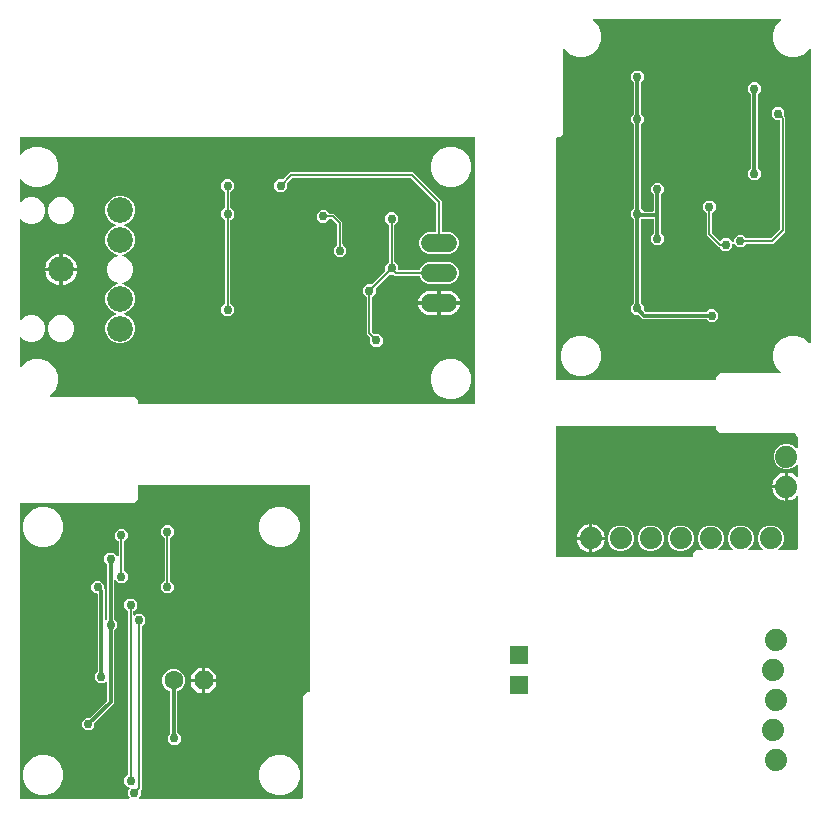
<source format=gbr>
G04 EAGLE Gerber RS-274X export*
G75*
%MOMM*%
%FSLAX34Y34*%
%LPD*%
%INBottom Copper*%
%IPPOS*%
%AMOC8*
5,1,8,0,0,1.08239X$1,22.5*%
G01*
%ADD10P,1.732040X8X22.500000*%
%ADD11C,1.600200*%
%ADD12R,1.524000X1.524000*%
%ADD13C,1.879600*%
%ADD14C,1.524000*%
%ADD15C,2.184400*%
%ADD16C,0.756400*%
%ADD17C,0.304800*%
%ADD18C,0.152400*%

G36*
X390020Y339242D02*
X390020Y339242D01*
X390039Y339240D01*
X390141Y339262D01*
X390243Y339279D01*
X390260Y339288D01*
X390280Y339292D01*
X390369Y339345D01*
X390460Y339394D01*
X390474Y339408D01*
X390491Y339418D01*
X390558Y339497D01*
X390630Y339572D01*
X390638Y339590D01*
X390651Y339605D01*
X390690Y339701D01*
X390733Y339795D01*
X390735Y339815D01*
X390743Y339833D01*
X390761Y340000D01*
X390761Y564158D01*
X390758Y564178D01*
X390760Y564197D01*
X390738Y564299D01*
X390722Y564401D01*
X390712Y564418D01*
X390708Y564438D01*
X390655Y564527D01*
X390606Y564618D01*
X390592Y564632D01*
X390582Y564649D01*
X390503Y564716D01*
X390428Y564788D01*
X390410Y564796D01*
X390395Y564809D01*
X390299Y564848D01*
X390205Y564891D01*
X390185Y564893D01*
X390167Y564901D01*
X390000Y564919D01*
X5842Y564919D01*
X5822Y564916D01*
X5803Y564918D01*
X5701Y564896D01*
X5599Y564880D01*
X5582Y564870D01*
X5562Y564866D01*
X5473Y564813D01*
X5382Y564764D01*
X5368Y564750D01*
X5351Y564740D01*
X5284Y564661D01*
X5212Y564586D01*
X5204Y564568D01*
X5191Y564553D01*
X5152Y564457D01*
X5109Y564363D01*
X5107Y564343D01*
X5099Y564325D01*
X5081Y564158D01*
X5081Y551074D01*
X5092Y551004D01*
X5094Y550932D01*
X5112Y550883D01*
X5120Y550832D01*
X5154Y550768D01*
X5179Y550701D01*
X5211Y550660D01*
X5236Y550614D01*
X5288Y550565D01*
X5332Y550509D01*
X5376Y550481D01*
X5414Y550445D01*
X5479Y550415D01*
X5539Y550376D01*
X5590Y550363D01*
X5637Y550341D01*
X5708Y550333D01*
X5778Y550316D01*
X5830Y550320D01*
X5881Y550314D01*
X5952Y550329D01*
X6023Y550335D01*
X6071Y550355D01*
X6122Y550366D01*
X6183Y550403D01*
X6249Y550431D01*
X6305Y550476D01*
X6333Y550493D01*
X6348Y550510D01*
X6380Y550536D01*
X10325Y554480D01*
X16602Y557081D01*
X23398Y557081D01*
X29675Y554480D01*
X34480Y549675D01*
X37081Y543398D01*
X37081Y536602D01*
X34480Y530325D01*
X29675Y525520D01*
X23398Y522919D01*
X16602Y522919D01*
X10325Y525520D01*
X6380Y529464D01*
X6322Y529506D01*
X6270Y529555D01*
X6223Y529577D01*
X6181Y529607D01*
X6112Y529629D01*
X6047Y529659D01*
X5995Y529665D01*
X5945Y529680D01*
X5874Y529678D01*
X5803Y529686D01*
X5752Y529675D01*
X5700Y529673D01*
X5632Y529649D01*
X5562Y529634D01*
X5517Y529607D01*
X5469Y529589D01*
X5413Y529544D01*
X5351Y529507D01*
X5317Y529468D01*
X5277Y529435D01*
X5238Y529375D01*
X5191Y529321D01*
X5172Y529272D01*
X5144Y529228D01*
X5126Y529159D01*
X5099Y529092D01*
X5091Y529021D01*
X5083Y528990D01*
X5085Y528967D01*
X5081Y528926D01*
X5081Y510589D01*
X5092Y510518D01*
X5094Y510447D01*
X5112Y510398D01*
X5120Y510346D01*
X5154Y510283D01*
X5179Y510216D01*
X5211Y510175D01*
X5236Y510129D01*
X5288Y510080D01*
X5332Y510024D01*
X5376Y509995D01*
X5414Y509960D01*
X5479Y509929D01*
X5539Y509891D01*
X5590Y509878D01*
X5637Y509856D01*
X5708Y509848D01*
X5778Y509831D01*
X5830Y509835D01*
X5881Y509829D01*
X5952Y509844D01*
X6023Y509850D01*
X6071Y509870D01*
X6122Y509881D01*
X6183Y509918D01*
X6249Y509946D01*
X6305Y509991D01*
X6333Y510007D01*
X6348Y510025D01*
X6380Y510051D01*
X8723Y512394D01*
X12796Y514081D01*
X17204Y514081D01*
X21277Y512394D01*
X24394Y509277D01*
X26081Y505204D01*
X26081Y500796D01*
X24394Y496723D01*
X21277Y493606D01*
X17204Y491919D01*
X12796Y491919D01*
X8723Y493606D01*
X6380Y495949D01*
X6322Y495991D01*
X6270Y496040D01*
X6223Y496062D01*
X6181Y496093D01*
X6112Y496114D01*
X6047Y496144D01*
X5995Y496150D01*
X5945Y496165D01*
X5874Y496163D01*
X5803Y496171D01*
X5752Y496160D01*
X5700Y496159D01*
X5632Y496134D01*
X5562Y496119D01*
X5517Y496092D01*
X5469Y496074D01*
X5413Y496029D01*
X5351Y495993D01*
X5317Y495953D01*
X5277Y495921D01*
X5238Y495860D01*
X5191Y495806D01*
X5172Y495757D01*
X5144Y495714D01*
X5126Y495644D01*
X5099Y495578D01*
X5091Y495506D01*
X5083Y495475D01*
X5085Y495452D01*
X5081Y495411D01*
X5081Y410589D01*
X5092Y410518D01*
X5094Y410447D01*
X5112Y410398D01*
X5120Y410346D01*
X5154Y410283D01*
X5179Y410216D01*
X5211Y410175D01*
X5236Y410129D01*
X5288Y410080D01*
X5332Y410024D01*
X5376Y409995D01*
X5414Y409960D01*
X5479Y409929D01*
X5539Y409891D01*
X5590Y409878D01*
X5637Y409856D01*
X5708Y409848D01*
X5778Y409831D01*
X5830Y409835D01*
X5881Y409829D01*
X5952Y409844D01*
X6023Y409850D01*
X6071Y409870D01*
X6122Y409881D01*
X6183Y409918D01*
X6249Y409946D01*
X6305Y409991D01*
X6333Y410007D01*
X6348Y410025D01*
X6380Y410051D01*
X8723Y412394D01*
X12796Y414081D01*
X17204Y414081D01*
X21277Y412394D01*
X24394Y409277D01*
X26081Y405204D01*
X26081Y400796D01*
X24394Y396723D01*
X21277Y393606D01*
X17204Y391919D01*
X12796Y391919D01*
X8723Y393606D01*
X6380Y395949D01*
X6322Y395991D01*
X6270Y396040D01*
X6223Y396062D01*
X6181Y396093D01*
X6112Y396114D01*
X6047Y396144D01*
X5995Y396150D01*
X5945Y396165D01*
X5874Y396163D01*
X5803Y396171D01*
X5752Y396160D01*
X5700Y396159D01*
X5632Y396134D01*
X5562Y396119D01*
X5517Y396092D01*
X5469Y396074D01*
X5413Y396029D01*
X5351Y395993D01*
X5317Y395953D01*
X5277Y395921D01*
X5238Y395860D01*
X5191Y395806D01*
X5172Y395757D01*
X5144Y395714D01*
X5126Y395644D01*
X5099Y395578D01*
X5091Y395506D01*
X5083Y395475D01*
X5085Y395452D01*
X5081Y395411D01*
X5081Y371074D01*
X5092Y371004D01*
X5094Y370932D01*
X5112Y370883D01*
X5120Y370832D01*
X5154Y370768D01*
X5179Y370701D01*
X5211Y370660D01*
X5236Y370614D01*
X5288Y370565D01*
X5332Y370509D01*
X5376Y370481D01*
X5414Y370445D01*
X5479Y370415D01*
X5539Y370376D01*
X5590Y370363D01*
X5637Y370341D01*
X5708Y370333D01*
X5778Y370316D01*
X5830Y370320D01*
X5881Y370314D01*
X5952Y370329D01*
X6023Y370335D01*
X6071Y370355D01*
X6122Y370366D01*
X6183Y370403D01*
X6249Y370431D01*
X6305Y370476D01*
X6333Y370493D01*
X6348Y370510D01*
X6380Y370536D01*
X10325Y374480D01*
X16602Y377081D01*
X23398Y377081D01*
X29675Y374480D01*
X34480Y369675D01*
X37081Y363398D01*
X37081Y356602D01*
X34480Y350325D01*
X30536Y346380D01*
X30494Y346322D01*
X30445Y346270D01*
X30423Y346223D01*
X30393Y346181D01*
X30371Y346112D01*
X30341Y346047D01*
X30335Y345995D01*
X30320Y345945D01*
X30322Y345874D01*
X30314Y345803D01*
X30325Y345752D01*
X30327Y345700D01*
X30351Y345632D01*
X30366Y345562D01*
X30393Y345517D01*
X30411Y345469D01*
X30456Y345413D01*
X30493Y345351D01*
X30532Y345317D01*
X30565Y345277D01*
X30625Y345238D01*
X30679Y345191D01*
X30728Y345172D01*
X30772Y345144D01*
X30841Y345126D01*
X30908Y345099D01*
X30979Y345091D01*
X31010Y345083D01*
X31033Y345085D01*
X31074Y345081D01*
X102105Y345081D01*
X105081Y342105D01*
X105081Y340000D01*
X105084Y339980D01*
X105082Y339961D01*
X105104Y339859D01*
X105120Y339757D01*
X105130Y339740D01*
X105134Y339720D01*
X105187Y339631D01*
X105236Y339540D01*
X105250Y339526D01*
X105260Y339509D01*
X105339Y339442D01*
X105414Y339371D01*
X105432Y339362D01*
X105447Y339349D01*
X105543Y339310D01*
X105637Y339267D01*
X105657Y339265D01*
X105675Y339257D01*
X105842Y339239D01*
X390000Y339239D01*
X390020Y339242D01*
G37*
G36*
X594178Y359242D02*
X594178Y359242D01*
X594197Y359240D01*
X594299Y359262D01*
X594401Y359278D01*
X594418Y359288D01*
X594438Y359292D01*
X594527Y359345D01*
X594618Y359394D01*
X594632Y359408D01*
X594649Y359418D01*
X594716Y359497D01*
X594788Y359572D01*
X594796Y359590D01*
X594809Y359605D01*
X594848Y359701D01*
X594891Y359795D01*
X594893Y359815D01*
X594901Y359833D01*
X594919Y360000D01*
X594919Y362105D01*
X597895Y365081D01*
X648926Y365081D01*
X648996Y365092D01*
X649068Y365094D01*
X649117Y365112D01*
X649168Y365120D01*
X649232Y365154D01*
X649299Y365179D01*
X649340Y365211D01*
X649386Y365236D01*
X649435Y365288D01*
X649491Y365332D01*
X649519Y365376D01*
X649555Y365414D01*
X649585Y365479D01*
X649624Y365539D01*
X649637Y365590D01*
X649659Y365637D01*
X649667Y365708D01*
X649684Y365778D01*
X649680Y365830D01*
X649686Y365881D01*
X649671Y365952D01*
X649665Y366023D01*
X649645Y366071D01*
X649634Y366122D01*
X649597Y366183D01*
X649569Y366249D01*
X649524Y366305D01*
X649507Y366333D01*
X649490Y366348D01*
X649464Y366380D01*
X645520Y370325D01*
X642919Y376602D01*
X642919Y383398D01*
X645520Y389675D01*
X650325Y394480D01*
X656602Y397081D01*
X663398Y397081D01*
X669675Y394480D01*
X673620Y390536D01*
X673678Y390494D01*
X673730Y390445D01*
X673777Y390423D01*
X673819Y390393D01*
X673888Y390371D01*
X673953Y390341D01*
X674005Y390335D01*
X674055Y390320D01*
X674126Y390322D01*
X674197Y390314D01*
X674248Y390325D01*
X674300Y390327D01*
X674368Y390351D01*
X674438Y390366D01*
X674483Y390393D01*
X674531Y390411D01*
X674587Y390456D01*
X674649Y390493D01*
X674683Y390532D01*
X674723Y390565D01*
X674762Y390625D01*
X674809Y390679D01*
X674828Y390728D01*
X674856Y390772D01*
X674874Y390841D01*
X674901Y390908D01*
X674909Y390979D01*
X674917Y391010D01*
X674915Y391033D01*
X674919Y391074D01*
X674919Y638926D01*
X674908Y638996D01*
X674906Y639068D01*
X674888Y639117D01*
X674880Y639168D01*
X674846Y639232D01*
X674821Y639299D01*
X674789Y639340D01*
X674764Y639386D01*
X674712Y639435D01*
X674668Y639491D01*
X674624Y639519D01*
X674586Y639555D01*
X674521Y639585D01*
X674461Y639624D01*
X674410Y639637D01*
X674363Y639659D01*
X674292Y639667D01*
X674222Y639684D01*
X674170Y639680D01*
X674119Y639686D01*
X674048Y639671D01*
X673977Y639665D01*
X673929Y639645D01*
X673878Y639634D01*
X673817Y639597D01*
X673751Y639569D01*
X673695Y639524D01*
X673667Y639507D01*
X673652Y639490D01*
X673620Y639464D01*
X669675Y635520D01*
X663398Y632919D01*
X656602Y632919D01*
X650325Y635520D01*
X645520Y640325D01*
X642919Y646602D01*
X642919Y653398D01*
X645520Y659675D01*
X649464Y663620D01*
X649506Y663678D01*
X649555Y663730D01*
X649577Y663777D01*
X649607Y663819D01*
X649629Y663888D01*
X649659Y663953D01*
X649665Y664005D01*
X649680Y664055D01*
X649678Y664126D01*
X649686Y664197D01*
X649675Y664248D01*
X649673Y664300D01*
X649649Y664368D01*
X649634Y664438D01*
X649607Y664483D01*
X649589Y664531D01*
X649544Y664587D01*
X649507Y664649D01*
X649468Y664683D01*
X649435Y664723D01*
X649375Y664762D01*
X649321Y664809D01*
X649272Y664828D01*
X649228Y664856D01*
X649159Y664874D01*
X649092Y664901D01*
X649021Y664909D01*
X648990Y664917D01*
X648967Y664915D01*
X648926Y664919D01*
X491074Y664919D01*
X491004Y664908D01*
X490932Y664906D01*
X490883Y664888D01*
X490832Y664880D01*
X490768Y664846D01*
X490701Y664821D01*
X490660Y664789D01*
X490614Y664764D01*
X490565Y664712D01*
X490509Y664668D01*
X490481Y664624D01*
X490445Y664586D01*
X490415Y664521D01*
X490376Y664461D01*
X490363Y664410D01*
X490341Y664363D01*
X490333Y664292D01*
X490316Y664222D01*
X490320Y664170D01*
X490314Y664119D01*
X490329Y664048D01*
X490335Y663977D01*
X490355Y663929D01*
X490366Y663878D01*
X490403Y663817D01*
X490431Y663751D01*
X490476Y663695D01*
X490493Y663667D01*
X490510Y663652D01*
X490536Y663620D01*
X494480Y659675D01*
X497081Y653398D01*
X497081Y646602D01*
X494480Y640325D01*
X489675Y635520D01*
X483398Y632919D01*
X476602Y632919D01*
X470325Y635520D01*
X466380Y639464D01*
X466322Y639506D01*
X466270Y639555D01*
X466223Y639577D01*
X466181Y639607D01*
X466112Y639629D01*
X466047Y639659D01*
X465995Y639665D01*
X465945Y639680D01*
X465874Y639678D01*
X465803Y639686D01*
X465752Y639675D01*
X465700Y639673D01*
X465632Y639649D01*
X465562Y639634D01*
X465517Y639607D01*
X465469Y639589D01*
X465413Y639544D01*
X465351Y639507D01*
X465317Y639468D01*
X465277Y639435D01*
X465238Y639375D01*
X465191Y639321D01*
X465172Y639272D01*
X465144Y639228D01*
X465126Y639159D01*
X465099Y639092D01*
X465091Y639021D01*
X465083Y638990D01*
X465085Y638967D01*
X465081Y638926D01*
X465081Y567895D01*
X462105Y564919D01*
X460000Y564919D01*
X459980Y564916D01*
X459961Y564918D01*
X459859Y564896D01*
X459757Y564880D01*
X459740Y564870D01*
X459720Y564866D01*
X459631Y564813D01*
X459540Y564764D01*
X459526Y564750D01*
X459509Y564740D01*
X459442Y564661D01*
X459370Y564586D01*
X459362Y564568D01*
X459349Y564553D01*
X459310Y564457D01*
X459267Y564363D01*
X459265Y564343D01*
X459257Y564325D01*
X459239Y564158D01*
X459239Y360000D01*
X459242Y359980D01*
X459240Y359961D01*
X459262Y359859D01*
X459279Y359757D01*
X459288Y359740D01*
X459292Y359720D01*
X459345Y359631D01*
X459394Y359540D01*
X459408Y359526D01*
X459418Y359509D01*
X459497Y359442D01*
X459572Y359371D01*
X459590Y359362D01*
X459605Y359349D01*
X459701Y359310D01*
X459795Y359267D01*
X459815Y359265D01*
X459833Y359257D01*
X460000Y359239D01*
X594158Y359239D01*
X594178Y359242D01*
G37*
G36*
X97647Y5092D02*
X97647Y5092D01*
X97719Y5094D01*
X97768Y5112D01*
X97819Y5120D01*
X97883Y5154D01*
X97950Y5179D01*
X97991Y5211D01*
X98037Y5236D01*
X98086Y5288D01*
X98142Y5332D01*
X98170Y5376D01*
X98206Y5414D01*
X98236Y5479D01*
X98275Y5539D01*
X98288Y5590D01*
X98310Y5637D01*
X98318Y5708D01*
X98335Y5778D01*
X98331Y5830D01*
X98337Y5881D01*
X98322Y5952D01*
X98316Y6023D01*
X98296Y6071D01*
X98285Y6122D01*
X98248Y6183D01*
X98220Y6249D01*
X98175Y6305D01*
X98158Y6333D01*
X98141Y6348D01*
X98115Y6380D01*
X96693Y7802D01*
X96693Y12198D01*
X97889Y13394D01*
X97931Y13452D01*
X97980Y13504D01*
X98002Y13551D01*
X98032Y13593D01*
X98054Y13662D01*
X98084Y13727D01*
X98089Y13779D01*
X98105Y13829D01*
X98103Y13900D01*
X98111Y13971D01*
X98100Y14022D01*
X98098Y14074D01*
X98074Y14142D01*
X98059Y14212D01*
X98032Y14257D01*
X98014Y14305D01*
X97969Y14361D01*
X97932Y14423D01*
X97893Y14457D01*
X97860Y14497D01*
X97800Y14536D01*
X97745Y14583D01*
X97697Y14602D01*
X97653Y14630D01*
X97584Y14648D01*
X97517Y14675D01*
X97446Y14683D01*
X97415Y14691D01*
X97392Y14689D01*
X97351Y14693D01*
X96802Y14693D01*
X93693Y17802D01*
X93693Y22198D01*
X96490Y24995D01*
X96543Y25069D01*
X96603Y25139D01*
X96615Y25169D01*
X96634Y25195D01*
X96661Y25282D01*
X96695Y25367D01*
X96699Y25408D01*
X96706Y25430D01*
X96705Y25462D01*
X96713Y25533D01*
X96713Y163467D01*
X96699Y163557D01*
X96691Y163648D01*
X96679Y163677D01*
X96674Y163709D01*
X96631Y163790D01*
X96595Y163874D01*
X96569Y163906D01*
X96558Y163927D01*
X96535Y163949D01*
X96490Y164005D01*
X93693Y166802D01*
X93693Y171198D01*
X96802Y174307D01*
X101198Y174307D01*
X104307Y171198D01*
X104307Y166802D01*
X101510Y164005D01*
X101457Y163931D01*
X101397Y163861D01*
X101385Y163831D01*
X101366Y163805D01*
X101339Y163718D01*
X101305Y163633D01*
X101301Y163592D01*
X101294Y163570D01*
X101295Y163538D01*
X101287Y163467D01*
X101287Y160629D01*
X101298Y160559D01*
X101300Y160487D01*
X101318Y160438D01*
X101326Y160387D01*
X101360Y160323D01*
X101385Y160256D01*
X101417Y160215D01*
X101442Y160169D01*
X101494Y160120D01*
X101538Y160064D01*
X101582Y160036D01*
X101620Y160000D01*
X101685Y159970D01*
X101745Y159931D01*
X101796Y159918D01*
X101843Y159896D01*
X101914Y159888D01*
X101984Y159871D01*
X102036Y159875D01*
X102087Y159869D01*
X102158Y159884D01*
X102229Y159890D01*
X102277Y159910D01*
X102328Y159921D01*
X102389Y159958D01*
X102455Y159986D01*
X102511Y160031D01*
X102539Y160048D01*
X102554Y160065D01*
X102586Y160091D01*
X103802Y161307D01*
X108198Y161307D01*
X111307Y158198D01*
X111307Y153802D01*
X108510Y151005D01*
X108466Y150944D01*
X108431Y150908D01*
X108425Y150894D01*
X108397Y150861D01*
X108385Y150831D01*
X108366Y150805D01*
X108339Y150718D01*
X108305Y150633D01*
X108301Y150592D01*
X108294Y150570D01*
X108295Y150538D01*
X108287Y150467D01*
X108287Y13053D01*
X107530Y12296D01*
X107477Y12222D01*
X107417Y12152D01*
X107405Y12122D01*
X107386Y12096D01*
X107359Y12009D01*
X107325Y11924D01*
X107321Y11883D01*
X107314Y11861D01*
X107315Y11829D01*
X107307Y11757D01*
X107307Y7802D01*
X105885Y6380D01*
X105843Y6322D01*
X105794Y6270D01*
X105772Y6223D01*
X105742Y6181D01*
X105720Y6112D01*
X105690Y6047D01*
X105685Y5995D01*
X105669Y5945D01*
X105671Y5874D01*
X105663Y5803D01*
X105674Y5752D01*
X105676Y5700D01*
X105700Y5632D01*
X105715Y5562D01*
X105742Y5517D01*
X105760Y5469D01*
X105805Y5413D01*
X105842Y5351D01*
X105881Y5317D01*
X105914Y5277D01*
X105974Y5238D01*
X106029Y5191D01*
X106077Y5172D01*
X106121Y5144D01*
X106190Y5126D01*
X106257Y5099D01*
X106328Y5091D01*
X106359Y5083D01*
X106382Y5085D01*
X106423Y5081D01*
X244158Y5081D01*
X244178Y5084D01*
X244197Y5082D01*
X244299Y5104D01*
X244401Y5120D01*
X244418Y5130D01*
X244438Y5134D01*
X244527Y5187D01*
X244618Y5236D01*
X244632Y5250D01*
X244649Y5260D01*
X244716Y5339D01*
X244788Y5414D01*
X244796Y5432D01*
X244809Y5447D01*
X244848Y5543D01*
X244891Y5637D01*
X244893Y5657D01*
X244901Y5675D01*
X244919Y5842D01*
X244919Y92105D01*
X247895Y95081D01*
X250000Y95081D01*
X250020Y95084D01*
X250039Y95082D01*
X250141Y95104D01*
X250243Y95120D01*
X250260Y95130D01*
X250280Y95134D01*
X250369Y95187D01*
X250460Y95236D01*
X250474Y95250D01*
X250491Y95260D01*
X250558Y95339D01*
X250630Y95414D01*
X250638Y95432D01*
X250651Y95447D01*
X250690Y95543D01*
X250733Y95637D01*
X250735Y95657D01*
X250743Y95675D01*
X250761Y95842D01*
X250761Y270000D01*
X250758Y270018D01*
X250760Y270035D01*
X250760Y270037D01*
X250760Y270039D01*
X250738Y270141D01*
X250722Y270243D01*
X250712Y270260D01*
X250708Y270280D01*
X250655Y270369D01*
X250606Y270460D01*
X250592Y270474D01*
X250582Y270491D01*
X250503Y270558D01*
X250428Y270630D01*
X250410Y270638D01*
X250395Y270651D01*
X250299Y270690D01*
X250205Y270733D01*
X250185Y270735D01*
X250167Y270743D01*
X250000Y270761D01*
X105842Y270761D01*
X105822Y270758D01*
X105803Y270760D01*
X105701Y270738D01*
X105599Y270722D01*
X105582Y270712D01*
X105562Y270708D01*
X105473Y270655D01*
X105382Y270606D01*
X105368Y270592D01*
X105351Y270582D01*
X105284Y270503D01*
X105212Y270428D01*
X105204Y270410D01*
X105191Y270395D01*
X105152Y270299D01*
X105109Y270205D01*
X105107Y270185D01*
X105099Y270167D01*
X105081Y270000D01*
X105081Y257895D01*
X102105Y254919D01*
X5842Y254919D01*
X5822Y254916D01*
X5803Y254918D01*
X5701Y254896D01*
X5599Y254880D01*
X5582Y254870D01*
X5562Y254866D01*
X5473Y254813D01*
X5382Y254764D01*
X5368Y254750D01*
X5351Y254740D01*
X5284Y254661D01*
X5212Y254586D01*
X5204Y254568D01*
X5191Y254553D01*
X5152Y254457D01*
X5109Y254363D01*
X5107Y254343D01*
X5099Y254325D01*
X5081Y254158D01*
X5081Y5842D01*
X5084Y5822D01*
X5082Y5803D01*
X5104Y5701D01*
X5120Y5599D01*
X5130Y5582D01*
X5134Y5562D01*
X5187Y5473D01*
X5236Y5382D01*
X5250Y5368D01*
X5260Y5351D01*
X5339Y5284D01*
X5414Y5212D01*
X5432Y5204D01*
X5447Y5191D01*
X5543Y5152D01*
X5637Y5109D01*
X5657Y5107D01*
X5675Y5099D01*
X5842Y5081D01*
X97577Y5081D01*
X97647Y5092D01*
G37*
G36*
X574178Y209242D02*
X574178Y209242D01*
X574197Y209240D01*
X574299Y209262D01*
X574401Y209279D01*
X574418Y209288D01*
X574438Y209292D01*
X574527Y209345D01*
X574618Y209394D01*
X574632Y209408D01*
X574649Y209418D01*
X574716Y209497D01*
X574788Y209572D01*
X574796Y209590D01*
X574809Y209605D01*
X574848Y209701D01*
X574891Y209795D01*
X574893Y209815D01*
X574901Y209833D01*
X574919Y210000D01*
X574919Y212105D01*
X577895Y215081D01*
X582934Y215081D01*
X583005Y215092D01*
X583077Y215094D01*
X583126Y215112D01*
X583177Y215120D01*
X583240Y215154D01*
X583308Y215179D01*
X583348Y215211D01*
X583395Y215236D01*
X583444Y215288D01*
X583500Y215332D01*
X583528Y215376D01*
X583564Y215414D01*
X583594Y215479D01*
X583633Y215539D01*
X583646Y215590D01*
X583668Y215637D01*
X583675Y215708D01*
X583693Y215778D01*
X583689Y215830D01*
X583695Y215881D01*
X583679Y215952D01*
X583674Y216023D01*
X583653Y216071D01*
X583642Y216122D01*
X583606Y216183D01*
X583577Y216249D01*
X583533Y216305D01*
X583516Y216333D01*
X583498Y216348D01*
X583473Y216380D01*
X580740Y219113D01*
X579077Y223127D01*
X579077Y227473D01*
X580740Y231487D01*
X583813Y234560D01*
X587827Y236223D01*
X592173Y236223D01*
X596187Y234560D01*
X599260Y231487D01*
X600923Y227473D01*
X600923Y223127D01*
X599260Y219113D01*
X596527Y216380D01*
X596485Y216322D01*
X596436Y216270D01*
X596414Y216223D01*
X596384Y216181D01*
X596363Y216112D01*
X596332Y216047D01*
X596327Y215995D01*
X596311Y215945D01*
X596313Y215874D01*
X596305Y215803D01*
X596316Y215752D01*
X596318Y215700D01*
X596342Y215632D01*
X596358Y215562D01*
X596384Y215517D01*
X596402Y215469D01*
X596447Y215413D01*
X596484Y215351D01*
X596523Y215317D01*
X596556Y215277D01*
X596616Y215238D01*
X596671Y215191D01*
X596719Y215172D01*
X596763Y215144D01*
X596832Y215126D01*
X596899Y215099D01*
X596970Y215091D01*
X597001Y215083D01*
X597025Y215085D01*
X597066Y215081D01*
X608334Y215081D01*
X608405Y215092D01*
X608477Y215094D01*
X608526Y215112D01*
X608577Y215120D01*
X608640Y215154D01*
X608708Y215179D01*
X608748Y215211D01*
X608795Y215236D01*
X608844Y215288D01*
X608900Y215332D01*
X608928Y215376D01*
X608964Y215414D01*
X608994Y215479D01*
X609033Y215539D01*
X609046Y215590D01*
X609068Y215637D01*
X609075Y215708D01*
X609093Y215778D01*
X609089Y215830D01*
X609095Y215881D01*
X609079Y215952D01*
X609074Y216023D01*
X609053Y216071D01*
X609042Y216122D01*
X609006Y216183D01*
X608977Y216249D01*
X608933Y216305D01*
X608916Y216333D01*
X608898Y216348D01*
X608873Y216380D01*
X606140Y219113D01*
X604477Y223127D01*
X604477Y227473D01*
X606140Y231487D01*
X609213Y234560D01*
X613227Y236223D01*
X617573Y236223D01*
X621587Y234560D01*
X624660Y231487D01*
X626323Y227473D01*
X626323Y223127D01*
X624660Y219113D01*
X621927Y216380D01*
X621885Y216322D01*
X621836Y216270D01*
X621814Y216223D01*
X621784Y216181D01*
X621763Y216112D01*
X621732Y216047D01*
X621727Y215995D01*
X621711Y215945D01*
X621713Y215874D01*
X621705Y215803D01*
X621716Y215752D01*
X621718Y215700D01*
X621742Y215632D01*
X621758Y215562D01*
X621784Y215517D01*
X621802Y215469D01*
X621847Y215413D01*
X621884Y215351D01*
X621923Y215317D01*
X621956Y215277D01*
X622016Y215238D01*
X622071Y215191D01*
X622119Y215172D01*
X622163Y215144D01*
X622232Y215126D01*
X622299Y215099D01*
X622370Y215091D01*
X622401Y215083D01*
X622425Y215085D01*
X622466Y215081D01*
X633734Y215081D01*
X633805Y215092D01*
X633877Y215094D01*
X633926Y215112D01*
X633977Y215120D01*
X634040Y215154D01*
X634108Y215179D01*
X634148Y215211D01*
X634195Y215236D01*
X634244Y215288D01*
X634300Y215332D01*
X634328Y215376D01*
X634364Y215414D01*
X634394Y215479D01*
X634433Y215539D01*
X634446Y215590D01*
X634468Y215637D01*
X634475Y215708D01*
X634493Y215778D01*
X634489Y215830D01*
X634495Y215881D01*
X634479Y215952D01*
X634474Y216023D01*
X634453Y216071D01*
X634442Y216122D01*
X634406Y216183D01*
X634377Y216249D01*
X634333Y216305D01*
X634316Y216333D01*
X634298Y216348D01*
X634273Y216380D01*
X631540Y219113D01*
X629877Y223127D01*
X629877Y227473D01*
X631540Y231487D01*
X634613Y234560D01*
X638627Y236223D01*
X642973Y236223D01*
X646987Y234560D01*
X650060Y231487D01*
X651723Y227473D01*
X651723Y223127D01*
X650060Y219113D01*
X647327Y216380D01*
X647285Y216322D01*
X647236Y216270D01*
X647214Y216223D01*
X647184Y216181D01*
X647163Y216112D01*
X647132Y216047D01*
X647127Y215995D01*
X647111Y215945D01*
X647113Y215874D01*
X647105Y215803D01*
X647116Y215752D01*
X647118Y215700D01*
X647142Y215632D01*
X647158Y215562D01*
X647184Y215517D01*
X647202Y215469D01*
X647247Y215413D01*
X647284Y215351D01*
X647323Y215317D01*
X647356Y215277D01*
X647416Y215238D01*
X647471Y215191D01*
X647519Y215172D01*
X647563Y215144D01*
X647632Y215126D01*
X647699Y215099D01*
X647770Y215091D01*
X647801Y215083D01*
X647825Y215085D01*
X647866Y215081D01*
X657996Y215081D01*
X658039Y215088D01*
X658083Y215086D01*
X658160Y215108D01*
X658238Y215120D01*
X658277Y215141D01*
X658320Y215153D01*
X658443Y215229D01*
X658456Y215236D01*
X658458Y215238D01*
X658463Y215241D01*
X658542Y215303D01*
X660269Y215087D01*
X660300Y215088D01*
X660364Y215081D01*
X661365Y215081D01*
X661383Y215084D01*
X661401Y215082D01*
X661567Y215108D01*
X662197Y215281D01*
X662256Y215309D01*
X662319Y215327D01*
X662390Y215370D01*
X662420Y215384D01*
X662435Y215397D01*
X662462Y215414D01*
X663146Y215946D01*
X663191Y215994D01*
X663242Y216035D01*
X663291Y216102D01*
X663313Y216127D01*
X663321Y216144D01*
X663341Y216171D01*
X663769Y216924D01*
X663779Y216950D01*
X663795Y216974D01*
X663850Y217132D01*
X663900Y217357D01*
X663901Y217358D01*
X663919Y217525D01*
X663919Y260198D01*
X663908Y260268D01*
X663906Y260340D01*
X663888Y260389D01*
X663880Y260440D01*
X663846Y260504D01*
X663821Y260571D01*
X663789Y260612D01*
X663764Y260658D01*
X663712Y260707D01*
X663668Y260763D01*
X663624Y260791D01*
X663586Y260827D01*
X663521Y260857D01*
X663461Y260896D01*
X663410Y260909D01*
X663363Y260931D01*
X663292Y260939D01*
X663222Y260956D01*
X663170Y260952D01*
X663119Y260958D01*
X663048Y260943D01*
X662977Y260937D01*
X662929Y260917D01*
X662878Y260906D01*
X662817Y260869D01*
X662751Y260841D01*
X662695Y260796D01*
X662667Y260779D01*
X662652Y260762D01*
X662620Y260736D01*
X661978Y260094D01*
X660457Y258989D01*
X658783Y258136D01*
X656996Y257555D01*
X655723Y257354D01*
X655723Y268438D01*
X655720Y268458D01*
X655722Y268477D01*
X655700Y268579D01*
X655683Y268681D01*
X655674Y268698D01*
X655670Y268718D01*
X655617Y268807D01*
X655568Y268898D01*
X655554Y268912D01*
X655544Y268929D01*
X655465Y268996D01*
X655390Y269067D01*
X655372Y269076D01*
X655357Y269089D01*
X655261Y269127D01*
X655167Y269171D01*
X655147Y269173D01*
X655129Y269181D01*
X654962Y269199D01*
X654199Y269199D01*
X654199Y269201D01*
X654962Y269201D01*
X654982Y269204D01*
X655001Y269202D01*
X655103Y269224D01*
X655205Y269241D01*
X655222Y269250D01*
X655242Y269254D01*
X655331Y269307D01*
X655422Y269356D01*
X655436Y269370D01*
X655453Y269380D01*
X655520Y269459D01*
X655591Y269534D01*
X655600Y269552D01*
X655613Y269567D01*
X655652Y269663D01*
X655695Y269757D01*
X655697Y269777D01*
X655705Y269795D01*
X655723Y269962D01*
X655723Y281046D01*
X656996Y280845D01*
X658783Y280264D01*
X660457Y279411D01*
X661978Y278306D01*
X662620Y277664D01*
X662678Y277622D01*
X662730Y277573D01*
X662777Y277551D01*
X662819Y277521D01*
X662888Y277500D01*
X662953Y277469D01*
X663005Y277464D01*
X663055Y277448D01*
X663126Y277450D01*
X663197Y277442D01*
X663248Y277453D01*
X663300Y277455D01*
X663368Y277479D01*
X663438Y277494D01*
X663483Y277521D01*
X663531Y277539D01*
X663587Y277584D01*
X663649Y277621D01*
X663683Y277660D01*
X663723Y277693D01*
X663762Y277753D01*
X663809Y277808D01*
X663828Y277856D01*
X663856Y277900D01*
X663874Y277969D01*
X663901Y278036D01*
X663909Y278107D01*
X663917Y278138D01*
X663915Y278162D01*
X663919Y278202D01*
X663919Y287034D01*
X663908Y287105D01*
X663906Y287177D01*
X663888Y287226D01*
X663880Y287277D01*
X663846Y287340D01*
X663821Y287408D01*
X663789Y287448D01*
X663764Y287495D01*
X663712Y287544D01*
X663668Y287600D01*
X663624Y287628D01*
X663586Y287664D01*
X663521Y287694D01*
X663461Y287733D01*
X663410Y287746D01*
X663363Y287768D01*
X663292Y287775D01*
X663222Y287793D01*
X663170Y287789D01*
X663119Y287795D01*
X663048Y287779D01*
X662977Y287774D01*
X662929Y287753D01*
X662878Y287742D01*
X662817Y287706D01*
X662751Y287677D01*
X662695Y287633D01*
X662667Y287616D01*
X662652Y287598D01*
X662620Y287573D01*
X660387Y285340D01*
X656373Y283677D01*
X652027Y283677D01*
X648013Y285340D01*
X644940Y288413D01*
X643277Y292427D01*
X643277Y296773D01*
X644940Y300787D01*
X648013Y303860D01*
X652027Y305523D01*
X656373Y305523D01*
X660387Y303860D01*
X662620Y301627D01*
X662678Y301585D01*
X662730Y301536D01*
X662777Y301514D01*
X662819Y301484D01*
X662888Y301463D01*
X662953Y301432D01*
X663005Y301427D01*
X663055Y301411D01*
X663126Y301413D01*
X663197Y301405D01*
X663248Y301416D01*
X663300Y301418D01*
X663368Y301442D01*
X663438Y301458D01*
X663483Y301484D01*
X663531Y301502D01*
X663587Y301547D01*
X663649Y301584D01*
X663683Y301623D01*
X663723Y301656D01*
X663762Y301716D01*
X663809Y301771D01*
X663828Y301819D01*
X663856Y301863D01*
X663874Y301932D01*
X663901Y301999D01*
X663909Y302070D01*
X663917Y302101D01*
X663915Y302125D01*
X663919Y302166D01*
X663919Y305175D01*
X663917Y305187D01*
X663918Y305196D01*
X663916Y305205D01*
X663918Y305221D01*
X663896Y305319D01*
X663880Y305418D01*
X663869Y305438D01*
X663864Y305461D01*
X663784Y305608D01*
X663625Y305838D01*
X663907Y307391D01*
X663908Y307421D01*
X663919Y307527D01*
X663919Y309157D01*
X663929Y309170D01*
X663943Y309217D01*
X663966Y309260D01*
X663979Y309334D01*
X664001Y309405D01*
X664000Y309454D01*
X664008Y309502D01*
X663995Y309627D01*
X663995Y309651D01*
X663992Y309658D01*
X663991Y309669D01*
X663642Y311285D01*
X663618Y311346D01*
X663603Y311410D01*
X663564Y311483D01*
X663552Y311514D01*
X663539Y311529D01*
X663524Y311557D01*
X662338Y313270D01*
X662292Y313317D01*
X662255Y313371D01*
X662190Y313423D01*
X662167Y313447D01*
X662150Y313456D01*
X662124Y313476D01*
X660374Y314605D01*
X660348Y314616D01*
X660325Y314634D01*
X660170Y314697D01*
X659494Y314890D01*
X659472Y314893D01*
X659452Y314901D01*
X659285Y314919D01*
X597895Y314919D01*
X594919Y317895D01*
X594919Y320000D01*
X594916Y320020D01*
X594918Y320039D01*
X594896Y320141D01*
X594880Y320243D01*
X594870Y320260D01*
X594866Y320280D01*
X594813Y320369D01*
X594764Y320460D01*
X594750Y320474D01*
X594740Y320491D01*
X594661Y320558D01*
X594586Y320630D01*
X594568Y320638D01*
X594553Y320651D01*
X594457Y320690D01*
X594363Y320733D01*
X594343Y320735D01*
X594325Y320743D01*
X594158Y320761D01*
X460000Y320761D01*
X459980Y320758D01*
X459961Y320760D01*
X459859Y320738D01*
X459757Y320722D01*
X459740Y320712D01*
X459720Y320708D01*
X459631Y320655D01*
X459540Y320606D01*
X459526Y320592D01*
X459509Y320582D01*
X459442Y320503D01*
X459371Y320428D01*
X459362Y320410D01*
X459349Y320395D01*
X459310Y320299D01*
X459267Y320205D01*
X459265Y320185D01*
X459257Y320167D01*
X459239Y320000D01*
X459239Y210000D01*
X459242Y209980D01*
X459240Y209961D01*
X459262Y209859D01*
X459279Y209757D01*
X459288Y209740D01*
X459292Y209720D01*
X459345Y209631D01*
X459394Y209540D01*
X459408Y209526D01*
X459418Y209509D01*
X459497Y209442D01*
X459572Y209371D01*
X459590Y209362D01*
X459605Y209349D01*
X459701Y209310D01*
X459795Y209267D01*
X459815Y209265D01*
X459833Y209257D01*
X460000Y209239D01*
X574158Y209239D01*
X574178Y209242D01*
G37*
%LPC*%
G36*
X87524Y390553D02*
X87524Y390553D01*
X82949Y392448D01*
X79448Y395949D01*
X77553Y400524D01*
X77553Y405476D01*
X79448Y410051D01*
X82949Y413552D01*
X85955Y414797D01*
X86016Y414835D01*
X86081Y414864D01*
X86120Y414899D01*
X86164Y414926D01*
X86210Y414982D01*
X86262Y415030D01*
X86288Y415076D01*
X86321Y415116D01*
X86346Y415183D01*
X86381Y415246D01*
X86390Y415297D01*
X86409Y415345D01*
X86412Y415417D01*
X86425Y415488D01*
X86417Y415539D01*
X86419Y415591D01*
X86399Y415660D01*
X86389Y415731D01*
X86365Y415777D01*
X86351Y415827D01*
X86310Y415886D01*
X86277Y415950D01*
X86240Y415987D01*
X86211Y416029D01*
X86153Y416072D01*
X86102Y416122D01*
X86039Y416157D01*
X86013Y416176D01*
X85991Y416183D01*
X85955Y416203D01*
X82949Y417448D01*
X79448Y420949D01*
X77553Y425524D01*
X77553Y430476D01*
X79448Y435051D01*
X82949Y438552D01*
X87524Y440447D01*
X87620Y440462D01*
X87717Y440472D01*
X87741Y440482D01*
X87767Y440486D01*
X87853Y440532D01*
X87942Y440572D01*
X87961Y440589D01*
X87984Y440602D01*
X88051Y440672D01*
X88123Y440738D01*
X88135Y440761D01*
X88153Y440780D01*
X88194Y440868D01*
X88241Y440954D01*
X88246Y440979D01*
X88257Y441003D01*
X88268Y441100D01*
X88285Y441196D01*
X88281Y441222D01*
X88284Y441247D01*
X88263Y441343D01*
X88249Y441439D01*
X88237Y441462D01*
X88232Y441488D01*
X88182Y441571D01*
X88138Y441658D01*
X88119Y441677D01*
X88106Y441699D01*
X88032Y441762D01*
X87962Y441830D01*
X87934Y441846D01*
X87919Y441859D01*
X87888Y441871D01*
X87815Y441911D01*
X83723Y443606D01*
X80606Y446723D01*
X78919Y450796D01*
X78919Y455204D01*
X80606Y459277D01*
X83723Y462394D01*
X87815Y464089D01*
X87898Y464140D01*
X87984Y464186D01*
X88002Y464205D01*
X88024Y464218D01*
X88086Y464293D01*
X88153Y464364D01*
X88164Y464388D01*
X88181Y464408D01*
X88216Y464499D01*
X88257Y464587D01*
X88260Y464613D01*
X88269Y464637D01*
X88273Y464735D01*
X88284Y464831D01*
X88279Y464857D01*
X88280Y464883D01*
X88253Y464977D01*
X88232Y465072D01*
X88218Y465094D01*
X88211Y465119D01*
X88156Y465199D01*
X88106Y465283D01*
X88086Y465300D01*
X88071Y465321D01*
X87993Y465380D01*
X87919Y465443D01*
X87895Y465453D01*
X87874Y465468D01*
X87781Y465498D01*
X87691Y465535D01*
X87658Y465538D01*
X87640Y465544D01*
X87607Y465544D01*
X87524Y465553D01*
X82949Y467448D01*
X79448Y470949D01*
X77553Y475524D01*
X77553Y480476D01*
X79448Y485051D01*
X82949Y488552D01*
X85955Y489797D01*
X86016Y489835D01*
X86081Y489864D01*
X86120Y489899D01*
X86164Y489926D01*
X86210Y489982D01*
X86262Y490030D01*
X86288Y490076D01*
X86321Y490116D01*
X86346Y490183D01*
X86381Y490246D01*
X86390Y490297D01*
X86409Y490345D01*
X86412Y490417D01*
X86425Y490488D01*
X86417Y490539D01*
X86419Y490591D01*
X86399Y490660D01*
X86389Y490731D01*
X86365Y490777D01*
X86351Y490827D01*
X86310Y490886D01*
X86277Y490950D01*
X86240Y490987D01*
X86211Y491029D01*
X86153Y491072D01*
X86102Y491122D01*
X86039Y491157D01*
X86013Y491176D01*
X85991Y491183D01*
X85955Y491203D01*
X82949Y492448D01*
X79448Y495949D01*
X77553Y500524D01*
X77553Y505476D01*
X79448Y510051D01*
X82949Y513552D01*
X87524Y515447D01*
X92476Y515447D01*
X97051Y513552D01*
X100552Y510051D01*
X102447Y505476D01*
X102447Y500524D01*
X100552Y495949D01*
X97051Y492448D01*
X94045Y491203D01*
X93984Y491165D01*
X93919Y491136D01*
X93880Y491101D01*
X93836Y491074D01*
X93790Y491018D01*
X93738Y490970D01*
X93712Y490924D01*
X93679Y490884D01*
X93654Y490817D01*
X93619Y490754D01*
X93610Y490703D01*
X93591Y490655D01*
X93588Y490583D01*
X93575Y490512D01*
X93583Y490461D01*
X93581Y490409D01*
X93601Y490340D01*
X93611Y490269D01*
X93635Y490223D01*
X93649Y490173D01*
X93690Y490114D01*
X93723Y490050D01*
X93760Y490013D01*
X93789Y489971D01*
X93847Y489928D01*
X93898Y489878D01*
X93961Y489843D01*
X93987Y489824D01*
X94009Y489817D01*
X94045Y489797D01*
X97051Y488552D01*
X100552Y485051D01*
X102447Y480476D01*
X102447Y475524D01*
X100552Y470949D01*
X97051Y467448D01*
X92476Y465553D01*
X92380Y465538D01*
X92283Y465528D01*
X92259Y465518D01*
X92233Y465514D01*
X92147Y465468D01*
X92058Y465428D01*
X92039Y465411D01*
X92016Y465398D01*
X91949Y465328D01*
X91877Y465262D01*
X91865Y465239D01*
X91847Y465220D01*
X91806Y465132D01*
X91759Y465046D01*
X91754Y465021D01*
X91743Y464997D01*
X91732Y464900D01*
X91715Y464804D01*
X91719Y464778D01*
X91716Y464753D01*
X91737Y464657D01*
X91751Y464561D01*
X91763Y464538D01*
X91768Y464512D01*
X91818Y464429D01*
X91862Y464342D01*
X91881Y464323D01*
X91894Y464301D01*
X91968Y464238D01*
X92038Y464170D01*
X92066Y464154D01*
X92081Y464141D01*
X92112Y464129D01*
X92185Y464089D01*
X96277Y462394D01*
X99394Y459277D01*
X101081Y455204D01*
X101081Y450796D01*
X99394Y446723D01*
X96277Y443606D01*
X92185Y441911D01*
X92102Y441860D01*
X92016Y441814D01*
X91998Y441795D01*
X91976Y441782D01*
X91914Y441707D01*
X91847Y441636D01*
X91836Y441612D01*
X91819Y441592D01*
X91784Y441501D01*
X91743Y441413D01*
X91740Y441387D01*
X91731Y441363D01*
X91727Y441265D01*
X91716Y441169D01*
X91721Y441143D01*
X91720Y441117D01*
X91747Y441023D01*
X91768Y440928D01*
X91782Y440906D01*
X91789Y440881D01*
X91844Y440801D01*
X91894Y440717D01*
X91914Y440700D01*
X91929Y440679D01*
X92007Y440620D01*
X92081Y440557D01*
X92105Y440547D01*
X92126Y440532D01*
X92219Y440502D01*
X92309Y440465D01*
X92342Y440462D01*
X92360Y440456D01*
X92393Y440456D01*
X92476Y440447D01*
X97051Y438552D01*
X100552Y435051D01*
X102447Y430476D01*
X102447Y425524D01*
X100552Y420949D01*
X97051Y417448D01*
X94045Y416203D01*
X93984Y416165D01*
X93919Y416136D01*
X93880Y416101D01*
X93836Y416074D01*
X93790Y416018D01*
X93738Y415970D01*
X93712Y415924D01*
X93679Y415884D01*
X93654Y415817D01*
X93619Y415754D01*
X93610Y415703D01*
X93591Y415655D01*
X93588Y415583D01*
X93575Y415512D01*
X93583Y415461D01*
X93581Y415409D01*
X93601Y415340D01*
X93611Y415269D01*
X93635Y415223D01*
X93649Y415173D01*
X93690Y415114D01*
X93723Y415050D01*
X93760Y415013D01*
X93789Y414971D01*
X93847Y414928D01*
X93898Y414878D01*
X93961Y414843D01*
X93987Y414824D01*
X94009Y414817D01*
X94045Y414797D01*
X97051Y413552D01*
X100552Y410051D01*
X102447Y405476D01*
X102447Y400524D01*
X100552Y395949D01*
X97051Y392448D01*
X92476Y390553D01*
X87524Y390553D01*
G37*
%LPD*%
%LPC*%
G36*
X588802Y408693D02*
X588802Y408693D01*
X586767Y410728D01*
X586693Y410781D01*
X586623Y410841D01*
X586593Y410853D01*
X586567Y410872D01*
X586480Y410899D01*
X586395Y410933D01*
X586354Y410937D01*
X586332Y410944D01*
X586300Y410943D01*
X586229Y410951D01*
X532737Y410951D01*
X529218Y414470D01*
X529144Y414523D01*
X529075Y414583D01*
X529045Y414595D01*
X529018Y414614D01*
X528931Y414641D01*
X528847Y414675D01*
X528806Y414679D01*
X528783Y414686D01*
X528751Y414685D01*
X528680Y414693D01*
X525802Y414693D01*
X522693Y417802D01*
X522693Y422198D01*
X524728Y424233D01*
X524781Y424307D01*
X524841Y424377D01*
X524853Y424407D01*
X524872Y424433D01*
X524899Y424520D01*
X524933Y424605D01*
X524937Y424646D01*
X524944Y424668D01*
X524943Y424700D01*
X524951Y424771D01*
X524951Y495229D01*
X524937Y495319D01*
X524929Y495410D01*
X524917Y495439D01*
X524912Y495471D01*
X524869Y495552D01*
X524833Y495636D01*
X524807Y495668D01*
X524796Y495689D01*
X524773Y495711D01*
X524728Y495767D01*
X522693Y497802D01*
X522693Y502198D01*
X524728Y504233D01*
X524781Y504307D01*
X524841Y504377D01*
X524853Y504407D01*
X524872Y504433D01*
X524899Y504520D01*
X524933Y504605D01*
X524937Y504646D01*
X524944Y504668D01*
X524943Y504700D01*
X524951Y504771D01*
X524951Y575229D01*
X524937Y575319D01*
X524929Y575410D01*
X524917Y575439D01*
X524912Y575471D01*
X524869Y575552D01*
X524833Y575636D01*
X524807Y575668D01*
X524796Y575689D01*
X524773Y575711D01*
X524728Y575767D01*
X522693Y577802D01*
X522693Y582198D01*
X524728Y584233D01*
X524781Y584307D01*
X524841Y584377D01*
X524853Y584407D01*
X524872Y584433D01*
X524899Y584520D01*
X524933Y584605D01*
X524937Y584646D01*
X524944Y584668D01*
X524943Y584700D01*
X524951Y584771D01*
X524951Y611229D01*
X524949Y611242D01*
X524950Y611252D01*
X524939Y611304D01*
X524937Y611319D01*
X524929Y611410D01*
X524917Y611439D01*
X524912Y611471D01*
X524869Y611552D01*
X524833Y611636D01*
X524807Y611668D01*
X524796Y611689D01*
X524773Y611711D01*
X524728Y611767D01*
X522693Y613802D01*
X522693Y618198D01*
X525802Y621307D01*
X530198Y621307D01*
X533307Y618198D01*
X533307Y613802D01*
X531272Y611767D01*
X531219Y611693D01*
X531159Y611623D01*
X531147Y611593D01*
X531128Y611567D01*
X531101Y611480D01*
X531067Y611395D01*
X531063Y611354D01*
X531056Y611332D01*
X531057Y611300D01*
X531049Y611229D01*
X531049Y584771D01*
X531063Y584681D01*
X531071Y584590D01*
X531083Y584561D01*
X531088Y584529D01*
X531131Y584448D01*
X531167Y584364D01*
X531193Y584332D01*
X531204Y584311D01*
X531227Y584289D01*
X531272Y584233D01*
X533307Y582198D01*
X533307Y577802D01*
X531272Y575767D01*
X531219Y575693D01*
X531159Y575623D01*
X531147Y575593D01*
X531128Y575567D01*
X531101Y575480D01*
X531067Y575395D01*
X531063Y575354D01*
X531056Y575332D01*
X531057Y575300D01*
X531049Y575229D01*
X531049Y504771D01*
X531063Y504681D01*
X531071Y504590D01*
X531083Y504561D01*
X531088Y504529D01*
X531131Y504448D01*
X531167Y504364D01*
X531193Y504332D01*
X531204Y504311D01*
X531227Y504289D01*
X531272Y504233D01*
X533233Y502272D01*
X533307Y502219D01*
X533377Y502159D01*
X533407Y502147D01*
X533433Y502128D01*
X533520Y502101D01*
X533605Y502067D01*
X533646Y502063D01*
X533668Y502056D01*
X533700Y502057D01*
X533771Y502049D01*
X541190Y502049D01*
X541210Y502052D01*
X541229Y502050D01*
X541331Y502072D01*
X541433Y502088D01*
X541450Y502098D01*
X541470Y502102D01*
X541559Y502155D01*
X541650Y502204D01*
X541664Y502218D01*
X541681Y502228D01*
X541748Y502307D01*
X541820Y502382D01*
X541828Y502400D01*
X541841Y502415D01*
X541880Y502511D01*
X541923Y502605D01*
X541925Y502625D01*
X541933Y502643D01*
X541951Y502810D01*
X541951Y516229D01*
X541937Y516319D01*
X541929Y516410D01*
X541917Y516439D01*
X541912Y516471D01*
X541869Y516552D01*
X541833Y516636D01*
X541807Y516668D01*
X541796Y516689D01*
X541773Y516711D01*
X541728Y516767D01*
X539693Y518802D01*
X539693Y523198D01*
X542802Y526307D01*
X547198Y526307D01*
X550307Y523198D01*
X550307Y518802D01*
X548272Y516767D01*
X548219Y516693D01*
X548159Y516623D01*
X548147Y516593D01*
X548128Y516567D01*
X548101Y516480D01*
X548067Y516395D01*
X548063Y516354D01*
X548056Y516332D01*
X548057Y516300D01*
X548049Y516229D01*
X548049Y483771D01*
X548063Y483681D01*
X548071Y483590D01*
X548083Y483561D01*
X548088Y483529D01*
X548131Y483448D01*
X548167Y483364D01*
X548193Y483332D01*
X548204Y483311D01*
X548227Y483289D01*
X548272Y483233D01*
X550307Y481198D01*
X550307Y476802D01*
X547198Y473693D01*
X542802Y473693D01*
X539693Y476802D01*
X539693Y481198D01*
X541728Y483233D01*
X541781Y483307D01*
X541841Y483377D01*
X541853Y483407D01*
X541872Y483433D01*
X541899Y483520D01*
X541933Y483605D01*
X541937Y483646D01*
X541944Y483668D01*
X541943Y483700D01*
X541951Y483771D01*
X541951Y495190D01*
X541948Y495210D01*
X541950Y495229D01*
X541928Y495331D01*
X541912Y495433D01*
X541902Y495450D01*
X541898Y495470D01*
X541845Y495559D01*
X541796Y495650D01*
X541782Y495664D01*
X541772Y495681D01*
X541693Y495748D01*
X541618Y495820D01*
X541600Y495828D01*
X541585Y495841D01*
X541489Y495880D01*
X541395Y495923D01*
X541375Y495925D01*
X541357Y495933D01*
X541190Y495951D01*
X531810Y495951D01*
X531790Y495948D01*
X531771Y495950D01*
X531669Y495928D01*
X531567Y495912D01*
X531550Y495902D01*
X531530Y495898D01*
X531441Y495845D01*
X531350Y495796D01*
X531336Y495782D01*
X531319Y495772D01*
X531252Y495693D01*
X531180Y495618D01*
X531172Y495600D01*
X531159Y495585D01*
X531120Y495489D01*
X531077Y495395D01*
X531075Y495375D01*
X531067Y495357D01*
X531049Y495190D01*
X531049Y424771D01*
X531063Y424681D01*
X531071Y424590D01*
X531083Y424561D01*
X531088Y424529D01*
X531131Y424448D01*
X531167Y424364D01*
X531193Y424332D01*
X531204Y424311D01*
X531227Y424289D01*
X531272Y424233D01*
X533307Y422198D01*
X533307Y419320D01*
X533321Y419230D01*
X533329Y419139D01*
X533341Y419109D01*
X533346Y419077D01*
X533389Y418997D01*
X533425Y418913D01*
X533451Y418881D01*
X533462Y418860D01*
X533485Y418838D01*
X533530Y418782D01*
X535040Y417272D01*
X535114Y417219D01*
X535183Y417159D01*
X535213Y417147D01*
X535240Y417128D01*
X535327Y417101D01*
X535411Y417067D01*
X535452Y417063D01*
X535475Y417056D01*
X535507Y417057D01*
X535578Y417049D01*
X586229Y417049D01*
X586319Y417063D01*
X586410Y417071D01*
X586439Y417083D01*
X586471Y417088D01*
X586552Y417131D01*
X586636Y417167D01*
X586668Y417193D01*
X586689Y417204D01*
X586711Y417227D01*
X586767Y417272D01*
X588802Y419307D01*
X593198Y419307D01*
X596307Y416198D01*
X596307Y411802D01*
X593198Y408693D01*
X588802Y408693D01*
G37*
%LPD*%
%LPC*%
G36*
X60802Y62693D02*
X60802Y62693D01*
X57693Y65802D01*
X57693Y70198D01*
X60802Y73307D01*
X63680Y73307D01*
X63770Y73321D01*
X63861Y73329D01*
X63891Y73341D01*
X63923Y73346D01*
X64003Y73389D01*
X64087Y73425D01*
X64119Y73451D01*
X64140Y73462D01*
X64162Y73485D01*
X64218Y73530D01*
X78728Y88040D01*
X78781Y88114D01*
X78841Y88183D01*
X78853Y88213D01*
X78872Y88240D01*
X78899Y88327D01*
X78933Y88411D01*
X78937Y88452D01*
X78944Y88475D01*
X78943Y88507D01*
X78951Y88578D01*
X78951Y103609D01*
X78940Y103679D01*
X78938Y103751D01*
X78920Y103800D01*
X78912Y103851D01*
X78878Y103915D01*
X78853Y103982D01*
X78821Y104023D01*
X78796Y104069D01*
X78744Y104118D01*
X78700Y104174D01*
X78656Y104202D01*
X78618Y104238D01*
X78553Y104268D01*
X78493Y104307D01*
X78442Y104320D01*
X78395Y104342D01*
X78324Y104350D01*
X78254Y104367D01*
X78202Y104363D01*
X78151Y104369D01*
X78080Y104354D01*
X78009Y104348D01*
X77961Y104328D01*
X77910Y104317D01*
X77849Y104280D01*
X77783Y104252D01*
X77727Y104207D01*
X77699Y104190D01*
X77684Y104173D01*
X77652Y104147D01*
X76198Y102693D01*
X71802Y102693D01*
X68693Y105802D01*
X68693Y110198D01*
X70728Y112233D01*
X70781Y112307D01*
X70841Y112377D01*
X70853Y112407D01*
X70872Y112433D01*
X70899Y112520D01*
X70933Y112605D01*
X70937Y112646D01*
X70944Y112668D01*
X70943Y112700D01*
X70951Y112771D01*
X70951Y177932D01*
X70948Y177952D01*
X70950Y177971D01*
X70928Y178073D01*
X70912Y178175D01*
X70902Y178192D01*
X70898Y178212D01*
X70845Y178301D01*
X70796Y178392D01*
X70782Y178406D01*
X70772Y178423D01*
X70693Y178490D01*
X70618Y178562D01*
X70600Y178570D01*
X70585Y178583D01*
X70489Y178622D01*
X70395Y178665D01*
X70375Y178667D01*
X70357Y178675D01*
X70190Y178693D01*
X68802Y178693D01*
X65693Y181802D01*
X65693Y186198D01*
X68802Y189307D01*
X73198Y189307D01*
X76307Y186198D01*
X76307Y183320D01*
X76321Y183230D01*
X76329Y183139D01*
X76341Y183109D01*
X76346Y183077D01*
X76389Y182997D01*
X76425Y182913D01*
X76451Y182881D01*
X76462Y182860D01*
X76485Y182838D01*
X76530Y182782D01*
X77049Y182263D01*
X77049Y156391D01*
X77060Y156321D01*
X77062Y156249D01*
X77080Y156200D01*
X77088Y156149D01*
X77122Y156085D01*
X77147Y156018D01*
X77179Y155977D01*
X77204Y155931D01*
X77255Y155882D01*
X77300Y155826D01*
X77344Y155798D01*
X77382Y155762D01*
X77447Y155732D01*
X77507Y155693D01*
X77558Y155680D01*
X77605Y155658D01*
X77676Y155650D01*
X77746Y155633D01*
X77798Y155637D01*
X77849Y155631D01*
X77920Y155646D01*
X77991Y155652D01*
X78039Y155672D01*
X78090Y155683D01*
X78151Y155720D01*
X78217Y155748D01*
X78273Y155793D01*
X78301Y155810D01*
X78316Y155827D01*
X78348Y155853D01*
X78728Y156233D01*
X78782Y156307D01*
X78841Y156377D01*
X78853Y156407D01*
X78872Y156433D01*
X78899Y156520D01*
X78933Y156605D01*
X78937Y156646D01*
X78944Y156668D01*
X78943Y156700D01*
X78951Y156771D01*
X78951Y203229D01*
X78937Y203319D01*
X78929Y203410D01*
X78917Y203439D01*
X78912Y203471D01*
X78869Y203552D01*
X78833Y203636D01*
X78807Y203668D01*
X78796Y203689D01*
X78773Y203711D01*
X78728Y203767D01*
X76693Y205802D01*
X76693Y210198D01*
X79802Y213307D01*
X84198Y213307D01*
X87414Y210091D01*
X87472Y210049D01*
X87524Y210000D01*
X87571Y209978D01*
X87613Y209948D01*
X87682Y209926D01*
X87747Y209896D01*
X87799Y209891D01*
X87849Y209875D01*
X87920Y209877D01*
X87991Y209869D01*
X88042Y209880D01*
X88094Y209882D01*
X88162Y209906D01*
X88232Y209921D01*
X88277Y209948D01*
X88325Y209966D01*
X88381Y210011D01*
X88443Y210048D01*
X88477Y210087D01*
X88517Y210120D01*
X88556Y210180D01*
X88603Y210235D01*
X88622Y210283D01*
X88650Y210327D01*
X88668Y210396D01*
X88695Y210463D01*
X88703Y210534D01*
X88711Y210565D01*
X88709Y210588D01*
X88713Y210629D01*
X88713Y222467D01*
X88699Y222557D01*
X88691Y222648D01*
X88679Y222677D01*
X88674Y222709D01*
X88631Y222790D01*
X88595Y222874D01*
X88569Y222906D01*
X88558Y222927D01*
X88535Y222949D01*
X88490Y223005D01*
X85693Y225802D01*
X85693Y230198D01*
X88802Y233307D01*
X93198Y233307D01*
X96307Y230198D01*
X96307Y225802D01*
X93510Y223005D01*
X93457Y222931D01*
X93397Y222861D01*
X93385Y222831D01*
X93366Y222805D01*
X93339Y222718D01*
X93305Y222633D01*
X93301Y222592D01*
X93294Y222570D01*
X93295Y222538D01*
X93287Y222467D01*
X93287Y198533D01*
X93301Y198443D01*
X93309Y198352D01*
X93321Y198323D01*
X93326Y198291D01*
X93369Y198210D01*
X93405Y198126D01*
X93431Y198094D01*
X93442Y198073D01*
X93465Y198051D01*
X93510Y197995D01*
X96307Y195198D01*
X96307Y190802D01*
X93198Y187693D01*
X88802Y187693D01*
X86348Y190147D01*
X86290Y190189D01*
X86238Y190238D01*
X86191Y190260D01*
X86149Y190290D01*
X86080Y190312D01*
X86015Y190342D01*
X85963Y190347D01*
X85913Y190363D01*
X85842Y190361D01*
X85771Y190369D01*
X85720Y190358D01*
X85668Y190356D01*
X85600Y190332D01*
X85530Y190317D01*
X85485Y190290D01*
X85437Y190272D01*
X85381Y190227D01*
X85319Y190190D01*
X85285Y190151D01*
X85245Y190118D01*
X85206Y190058D01*
X85159Y190003D01*
X85140Y189955D01*
X85112Y189911D01*
X85094Y189842D01*
X85067Y189775D01*
X85059Y189704D01*
X85051Y189673D01*
X85053Y189650D01*
X85049Y189609D01*
X85049Y156771D01*
X85063Y156681D01*
X85071Y156590D01*
X85083Y156561D01*
X85088Y156529D01*
X85131Y156448D01*
X85167Y156364D01*
X85193Y156332D01*
X85204Y156311D01*
X85227Y156289D01*
X85272Y156233D01*
X87307Y154198D01*
X87307Y149802D01*
X85272Y147767D01*
X85219Y147693D01*
X85159Y147623D01*
X85147Y147593D01*
X85128Y147567D01*
X85101Y147480D01*
X85067Y147395D01*
X85063Y147354D01*
X85056Y147332D01*
X85057Y147300D01*
X85049Y147229D01*
X85049Y85737D01*
X68530Y69218D01*
X68477Y69144D01*
X68417Y69075D01*
X68405Y69045D01*
X68386Y69018D01*
X68359Y68931D01*
X68325Y68847D01*
X68321Y68806D01*
X68314Y68783D01*
X68315Y68751D01*
X68307Y68680D01*
X68307Y65802D01*
X65198Y62693D01*
X60802Y62693D01*
G37*
%LPD*%
%LPC*%
G36*
X350561Y466255D02*
X350561Y466255D01*
X347200Y467647D01*
X344627Y470220D01*
X343235Y473581D01*
X343235Y477219D01*
X344627Y480580D01*
X347200Y483153D01*
X350561Y484545D01*
X356952Y484545D01*
X356972Y484548D01*
X356991Y484546D01*
X357093Y484568D01*
X357195Y484584D01*
X357212Y484594D01*
X357232Y484598D01*
X357321Y484651D01*
X357412Y484700D01*
X357426Y484714D01*
X357443Y484724D01*
X357510Y484803D01*
X357582Y484878D01*
X357590Y484896D01*
X357603Y484911D01*
X357642Y485007D01*
X357685Y485101D01*
X357687Y485121D01*
X357695Y485139D01*
X357713Y485306D01*
X357713Y508737D01*
X357699Y508828D01*
X357691Y508918D01*
X357679Y508948D01*
X357674Y508980D01*
X357631Y509061D01*
X357595Y509145D01*
X357569Y509177D01*
X357558Y509198D01*
X357535Y509220D01*
X357490Y509276D01*
X336276Y530490D01*
X336202Y530543D01*
X336132Y530603D01*
X336102Y530615D01*
X336076Y530634D01*
X335989Y530661D01*
X335904Y530695D01*
X335863Y530699D01*
X335841Y530706D01*
X335809Y530705D01*
X335737Y530713D01*
X236262Y530713D01*
X236172Y530699D01*
X236081Y530691D01*
X236052Y530679D01*
X236020Y530674D01*
X235939Y530631D01*
X235855Y530595D01*
X235823Y530569D01*
X235802Y530558D01*
X235780Y530535D01*
X235724Y530490D01*
X231530Y526296D01*
X231477Y526222D01*
X231417Y526152D01*
X231405Y526122D01*
X231386Y526096D01*
X231359Y526009D01*
X231340Y525962D01*
X231335Y525950D01*
X231335Y525947D01*
X231325Y525924D01*
X231321Y525883D01*
X231314Y525861D01*
X231315Y525829D01*
X231307Y525757D01*
X231307Y521802D01*
X228198Y518693D01*
X223802Y518693D01*
X220693Y521802D01*
X220693Y526198D01*
X223802Y529307D01*
X227757Y529307D01*
X227848Y529321D01*
X227938Y529329D01*
X227968Y529341D01*
X228000Y529346D01*
X228081Y529389D01*
X228165Y529425D01*
X228197Y529451D01*
X228218Y529462D01*
X228240Y529485D01*
X228296Y529530D01*
X232490Y533724D01*
X234053Y535287D01*
X337947Y535287D01*
X362287Y510947D01*
X362287Y485306D01*
X362290Y485286D01*
X362288Y485267D01*
X362310Y485165D01*
X362326Y485063D01*
X362336Y485046D01*
X362340Y485026D01*
X362393Y484937D01*
X362442Y484846D01*
X362456Y484832D01*
X362466Y484815D01*
X362545Y484748D01*
X362620Y484676D01*
X362638Y484668D01*
X362653Y484655D01*
X362749Y484616D01*
X362843Y484573D01*
X362863Y484571D01*
X362881Y484563D01*
X363048Y484545D01*
X369439Y484545D01*
X372800Y483153D01*
X375373Y480580D01*
X376765Y477219D01*
X376765Y473581D01*
X375373Y470220D01*
X372800Y467647D01*
X369439Y466255D01*
X350561Y466255D01*
G37*
%LPD*%
%LPC*%
G36*
X304802Y387693D02*
X304802Y387693D01*
X301693Y390802D01*
X301693Y394757D01*
X301679Y394848D01*
X301671Y394938D01*
X301659Y394968D01*
X301654Y395000D01*
X301611Y395081D01*
X301575Y395165D01*
X301549Y395197D01*
X301538Y395218D01*
X301515Y395240D01*
X301470Y395296D01*
X298713Y398053D01*
X298713Y429467D01*
X298699Y429557D01*
X298691Y429648D01*
X298679Y429677D01*
X298674Y429709D01*
X298631Y429790D01*
X298595Y429874D01*
X298569Y429906D01*
X298558Y429927D01*
X298535Y429949D01*
X298490Y430005D01*
X295693Y432802D01*
X295693Y437198D01*
X298802Y440307D01*
X302757Y440307D01*
X302848Y440321D01*
X302938Y440329D01*
X302968Y440341D01*
X303000Y440346D01*
X303081Y440389D01*
X303165Y440425D01*
X303197Y440451D01*
X303218Y440462D01*
X303240Y440485D01*
X303296Y440530D01*
X314470Y451704D01*
X314523Y451778D01*
X314583Y451848D01*
X314595Y451878D01*
X314614Y451904D01*
X314641Y451991D01*
X314675Y452076D01*
X314679Y452117D01*
X314686Y452139D01*
X314685Y452171D01*
X314693Y452243D01*
X314693Y456198D01*
X317490Y458995D01*
X317535Y459057D01*
X317564Y459088D01*
X317570Y459100D01*
X317603Y459139D01*
X317615Y459169D01*
X317634Y459195D01*
X317661Y459282D01*
X317695Y459367D01*
X317699Y459408D01*
X317706Y459430D01*
X317705Y459462D01*
X317713Y459533D01*
X317713Y490467D01*
X317699Y490557D01*
X317691Y490648D01*
X317679Y490677D01*
X317674Y490709D01*
X317631Y490790D01*
X317595Y490874D01*
X317569Y490906D01*
X317558Y490927D01*
X317535Y490949D01*
X317490Y491005D01*
X314693Y493802D01*
X314693Y498198D01*
X317802Y501307D01*
X322198Y501307D01*
X325307Y498198D01*
X325307Y493802D01*
X322510Y491005D01*
X322457Y490931D01*
X322397Y490861D01*
X322385Y490831D01*
X322366Y490805D01*
X322339Y490718D01*
X322305Y490633D01*
X322301Y490592D01*
X322294Y490570D01*
X322295Y490538D01*
X322287Y490467D01*
X322287Y459533D01*
X322301Y459443D01*
X322309Y459352D01*
X322321Y459323D01*
X322326Y459291D01*
X322369Y459210D01*
X322405Y459126D01*
X322431Y459094D01*
X322442Y459073D01*
X322465Y459051D01*
X322477Y459036D01*
X322483Y459025D01*
X322490Y459019D01*
X322510Y458995D01*
X325307Y456198D01*
X325307Y453048D01*
X325310Y453028D01*
X325308Y453009D01*
X325330Y452907D01*
X325346Y452805D01*
X325356Y452788D01*
X325360Y452768D01*
X325413Y452679D01*
X325462Y452588D01*
X325476Y452574D01*
X325486Y452557D01*
X325565Y452490D01*
X325640Y452418D01*
X325658Y452410D01*
X325673Y452397D01*
X325769Y452358D01*
X325863Y452315D01*
X325883Y452313D01*
X325901Y452305D01*
X326068Y452287D01*
X342920Y452287D01*
X343035Y452306D01*
X343151Y452323D01*
X343157Y452325D01*
X343163Y452326D01*
X343266Y452381D01*
X343371Y452434D01*
X343375Y452439D01*
X343380Y452442D01*
X343460Y452526D01*
X343543Y452610D01*
X343546Y452616D01*
X343550Y452620D01*
X343558Y452637D01*
X343624Y452757D01*
X344627Y455180D01*
X347200Y457753D01*
X350561Y459145D01*
X369439Y459145D01*
X372800Y457753D01*
X375373Y455180D01*
X376765Y451819D01*
X376765Y448181D01*
X375373Y444820D01*
X372800Y442247D01*
X369439Y440855D01*
X350561Y440855D01*
X347200Y442247D01*
X344627Y444820D01*
X343624Y447243D01*
X343562Y447343D01*
X343502Y447443D01*
X343497Y447447D01*
X343494Y447452D01*
X343404Y447527D01*
X343315Y447603D01*
X343309Y447605D01*
X343305Y447609D01*
X343196Y447651D01*
X343087Y447695D01*
X343080Y447696D01*
X343075Y447697D01*
X343057Y447698D01*
X342920Y447713D01*
X323053Y447713D01*
X322296Y448470D01*
X322222Y448523D01*
X322152Y448583D01*
X322122Y448595D01*
X322096Y448614D01*
X322009Y448641D01*
X321924Y448675D01*
X321883Y448679D01*
X321861Y448686D01*
X321829Y448685D01*
X321757Y448693D01*
X318243Y448693D01*
X318152Y448679D01*
X318062Y448671D01*
X318032Y448659D01*
X318000Y448654D01*
X317919Y448611D01*
X317835Y448575D01*
X317803Y448549D01*
X317782Y448538D01*
X317760Y448515D01*
X317704Y448470D01*
X306530Y437296D01*
X306477Y437222D01*
X306417Y437152D01*
X306405Y437122D01*
X306386Y437096D01*
X306359Y437009D01*
X306325Y436924D01*
X306321Y436883D01*
X306314Y436861D01*
X306315Y436829D01*
X306307Y436757D01*
X306307Y432802D01*
X303510Y430005D01*
X303457Y429931D01*
X303397Y429861D01*
X303385Y429831D01*
X303366Y429805D01*
X303339Y429718D01*
X303305Y429633D01*
X303301Y429592D01*
X303294Y429570D01*
X303295Y429538D01*
X303287Y429467D01*
X303287Y400263D01*
X303301Y400172D01*
X303309Y400082D01*
X303321Y400052D01*
X303326Y400020D01*
X303369Y399939D01*
X303405Y399855D01*
X303431Y399823D01*
X303442Y399802D01*
X303465Y399780D01*
X303510Y399724D01*
X304704Y398530D01*
X304778Y398477D01*
X304848Y398417D01*
X304878Y398405D01*
X304904Y398386D01*
X304991Y398359D01*
X305076Y398325D01*
X305117Y398321D01*
X305139Y398314D01*
X305171Y398315D01*
X305243Y398307D01*
X309198Y398307D01*
X312307Y395198D01*
X312307Y390802D01*
X309198Y387693D01*
X304802Y387693D01*
G37*
%LPD*%
%LPC*%
G36*
X600802Y468693D02*
X600802Y468693D01*
X598005Y471490D01*
X597931Y471543D01*
X597861Y471603D01*
X597831Y471615D01*
X597805Y471634D01*
X597718Y471661D01*
X597633Y471695D01*
X597592Y471699D01*
X597570Y471706D01*
X597538Y471705D01*
X597467Y471713D01*
X597053Y471713D01*
X586713Y482053D01*
X586713Y500467D01*
X586699Y500557D01*
X586691Y500648D01*
X586679Y500677D01*
X586674Y500709D01*
X586631Y500790D01*
X586595Y500874D01*
X586569Y500906D01*
X586558Y500927D01*
X586535Y500949D01*
X586490Y501005D01*
X583693Y503802D01*
X583693Y508198D01*
X586802Y511307D01*
X591198Y511307D01*
X594307Y508198D01*
X594307Y503802D01*
X591510Y501005D01*
X591457Y500931D01*
X591397Y500861D01*
X591385Y500831D01*
X591366Y500805D01*
X591339Y500718D01*
X591305Y500633D01*
X591301Y500592D01*
X591294Y500570D01*
X591295Y500538D01*
X591287Y500467D01*
X591287Y484263D01*
X591301Y484172D01*
X591309Y484082D01*
X591321Y484052D01*
X591326Y484020D01*
X591369Y483939D01*
X591405Y483855D01*
X591431Y483823D01*
X591442Y483802D01*
X591465Y483780D01*
X591510Y483724D01*
X597826Y477408D01*
X597842Y477396D01*
X597855Y477380D01*
X597942Y477324D01*
X598026Y477264D01*
X598045Y477258D01*
X598062Y477247D01*
X598162Y477222D01*
X598261Y477192D01*
X598281Y477192D01*
X598300Y477187D01*
X598403Y477195D01*
X598507Y477198D01*
X598526Y477205D01*
X598546Y477207D01*
X598640Y477247D01*
X598738Y477283D01*
X598754Y477295D01*
X598772Y477303D01*
X598903Y477408D01*
X600802Y479307D01*
X605198Y479307D01*
X608394Y476111D01*
X608452Y476069D01*
X608504Y476020D01*
X608551Y475998D01*
X608593Y475968D01*
X608662Y475946D01*
X608727Y475916D01*
X608779Y475911D01*
X608829Y475895D01*
X608900Y475897D01*
X608971Y475889D01*
X609022Y475900D01*
X609074Y475902D01*
X609142Y475926D01*
X609212Y475941D01*
X609257Y475968D01*
X609305Y475986D01*
X609361Y476031D01*
X609423Y476068D01*
X609457Y476107D01*
X609497Y476140D01*
X609536Y476200D01*
X609583Y476255D01*
X609602Y476303D01*
X609630Y476347D01*
X609648Y476416D01*
X609675Y476483D01*
X609683Y476554D01*
X609691Y476585D01*
X609689Y476608D01*
X609693Y476649D01*
X609693Y479198D01*
X612802Y482307D01*
X617198Y482307D01*
X619995Y479510D01*
X620069Y479457D01*
X620139Y479397D01*
X620169Y479385D01*
X620195Y479366D01*
X620282Y479339D01*
X620367Y479305D01*
X620408Y479301D01*
X620430Y479294D01*
X620462Y479295D01*
X620533Y479287D01*
X640738Y479287D01*
X640828Y479301D01*
X640919Y479309D01*
X640948Y479321D01*
X640980Y479326D01*
X641061Y479369D01*
X641145Y479405D01*
X641177Y479431D01*
X641198Y479442D01*
X641220Y479465D01*
X641276Y479510D01*
X648490Y486724D01*
X648543Y486798D01*
X648603Y486868D01*
X648615Y486898D01*
X648634Y486924D01*
X648661Y487011D01*
X648695Y487096D01*
X648699Y487137D01*
X648706Y487159D01*
X648705Y487191D01*
X648713Y487263D01*
X648713Y578932D01*
X648710Y578952D01*
X648712Y578971D01*
X648690Y579073D01*
X648674Y579175D01*
X648664Y579192D01*
X648660Y579212D01*
X648607Y579301D01*
X648558Y579392D01*
X648544Y579406D01*
X648534Y579423D01*
X648455Y579490D01*
X648380Y579562D01*
X648362Y579570D01*
X648347Y579583D01*
X648251Y579622D01*
X648157Y579665D01*
X648137Y579667D01*
X648119Y579675D01*
X647952Y579693D01*
X644802Y579693D01*
X641693Y582802D01*
X641693Y587198D01*
X644802Y590307D01*
X649198Y590307D01*
X652307Y587198D01*
X652307Y583243D01*
X652321Y583152D01*
X652329Y583062D01*
X652341Y583032D01*
X652346Y583000D01*
X652389Y582919D01*
X652425Y582835D01*
X652451Y582803D01*
X652462Y582782D01*
X652485Y582760D01*
X652530Y582704D01*
X653287Y581947D01*
X653287Y485053D01*
X651724Y483490D01*
X644510Y476276D01*
X642947Y474713D01*
X620533Y474713D01*
X620443Y474699D01*
X620352Y474691D01*
X620323Y474679D01*
X620291Y474674D01*
X620210Y474631D01*
X620126Y474595D01*
X620094Y474569D01*
X620073Y474558D01*
X620051Y474535D01*
X619995Y474490D01*
X617198Y471693D01*
X612802Y471693D01*
X609606Y474889D01*
X609548Y474931D01*
X609496Y474980D01*
X609449Y475002D01*
X609407Y475032D01*
X609338Y475054D01*
X609273Y475084D01*
X609221Y475089D01*
X609171Y475105D01*
X609100Y475103D01*
X609029Y475111D01*
X608978Y475100D01*
X608926Y475098D01*
X608858Y475074D01*
X608788Y475059D01*
X608743Y475032D01*
X608695Y475014D01*
X608639Y474969D01*
X608577Y474932D01*
X608543Y474893D01*
X608503Y474860D01*
X608464Y474800D01*
X608417Y474745D01*
X608398Y474697D01*
X608370Y474653D01*
X608352Y474584D01*
X608325Y474517D01*
X608317Y474446D01*
X608309Y474415D01*
X608311Y474392D01*
X608307Y474351D01*
X608307Y471802D01*
X605198Y468693D01*
X600802Y468693D01*
G37*
%LPD*%
%LPC*%
G36*
X221602Y7919D02*
X221602Y7919D01*
X215325Y10520D01*
X210520Y15325D01*
X207919Y21602D01*
X207919Y28398D01*
X210520Y34675D01*
X215325Y39480D01*
X221602Y42081D01*
X228398Y42081D01*
X234675Y39480D01*
X239480Y34675D01*
X242081Y28398D01*
X242081Y21602D01*
X239480Y15325D01*
X234675Y10520D01*
X228398Y7919D01*
X221602Y7919D01*
G37*
%LPD*%
%LPC*%
G36*
X21602Y7919D02*
X21602Y7919D01*
X15325Y10520D01*
X10520Y15325D01*
X7919Y21602D01*
X7919Y28398D01*
X10520Y34675D01*
X15325Y39480D01*
X21602Y42081D01*
X28398Y42081D01*
X34675Y39480D01*
X39480Y34675D01*
X42081Y28398D01*
X42081Y21602D01*
X39480Y15325D01*
X34675Y10520D01*
X28398Y7919D01*
X21602Y7919D01*
G37*
%LPD*%
%LPC*%
G36*
X221602Y217919D02*
X221602Y217919D01*
X215325Y220520D01*
X210520Y225325D01*
X207919Y231602D01*
X207919Y238398D01*
X210520Y244675D01*
X215325Y249480D01*
X221602Y252081D01*
X228398Y252081D01*
X234675Y249480D01*
X239480Y244675D01*
X242081Y238398D01*
X242081Y231602D01*
X239480Y225325D01*
X234675Y220520D01*
X228398Y217919D01*
X221602Y217919D01*
G37*
%LPD*%
%LPC*%
G36*
X21602Y217919D02*
X21602Y217919D01*
X15325Y220520D01*
X10520Y225325D01*
X7919Y231602D01*
X7919Y238398D01*
X10520Y244675D01*
X15325Y249480D01*
X21602Y252081D01*
X28398Y252081D01*
X34675Y249480D01*
X39480Y244675D01*
X42081Y238398D01*
X42081Y231602D01*
X39480Y225325D01*
X34675Y220520D01*
X28398Y217919D01*
X21602Y217919D01*
G37*
%LPD*%
%LPC*%
G36*
X366602Y342919D02*
X366602Y342919D01*
X360325Y345520D01*
X355520Y350325D01*
X352919Y356602D01*
X352919Y363398D01*
X355520Y369675D01*
X360325Y374480D01*
X366602Y377081D01*
X373398Y377081D01*
X379675Y374480D01*
X384480Y369675D01*
X387081Y363398D01*
X387081Y356602D01*
X384480Y350325D01*
X379675Y345520D01*
X373398Y342919D01*
X366602Y342919D01*
G37*
%LPD*%
%LPC*%
G36*
X476602Y362919D02*
X476602Y362919D01*
X470325Y365520D01*
X465520Y370325D01*
X462919Y376602D01*
X462919Y383398D01*
X465520Y389675D01*
X470325Y394480D01*
X476602Y397081D01*
X483398Y397081D01*
X489675Y394480D01*
X494480Y389675D01*
X497081Y383398D01*
X497081Y376602D01*
X494480Y370325D01*
X489675Y365520D01*
X483398Y362919D01*
X476602Y362919D01*
G37*
%LPD*%
%LPC*%
G36*
X366602Y522919D02*
X366602Y522919D01*
X360325Y525520D01*
X355520Y530325D01*
X352919Y536602D01*
X352919Y543398D01*
X355520Y549675D01*
X360325Y554480D01*
X366602Y557081D01*
X373398Y557081D01*
X379675Y554480D01*
X384480Y549675D01*
X387081Y543398D01*
X387081Y536602D01*
X384480Y530325D01*
X379675Y525520D01*
X373398Y522919D01*
X366602Y522919D01*
G37*
%LPD*%
%LPC*%
G36*
X178802Y413693D02*
X178802Y413693D01*
X175693Y416802D01*
X175693Y421198D01*
X178490Y423995D01*
X178538Y424061D01*
X178547Y424071D01*
X178549Y424076D01*
X178603Y424139D01*
X178615Y424169D01*
X178634Y424195D01*
X178661Y424282D01*
X178695Y424367D01*
X178699Y424408D01*
X178706Y424430D01*
X178705Y424462D01*
X178713Y424533D01*
X178713Y494467D01*
X178699Y494557D01*
X178691Y494648D01*
X178679Y494677D01*
X178674Y494709D01*
X178631Y494790D01*
X178595Y494874D01*
X178569Y494906D01*
X178558Y494927D01*
X178535Y494949D01*
X178490Y495005D01*
X175693Y497802D01*
X175693Y502198D01*
X178490Y504995D01*
X178543Y505069D01*
X178603Y505139D01*
X178615Y505169D01*
X178634Y505195D01*
X178661Y505282D01*
X178695Y505367D01*
X178699Y505408D01*
X178706Y505430D01*
X178705Y505462D01*
X178713Y505533D01*
X178713Y518467D01*
X178699Y518557D01*
X178691Y518648D01*
X178679Y518677D01*
X178674Y518709D01*
X178631Y518790D01*
X178595Y518874D01*
X178569Y518906D01*
X178558Y518927D01*
X178535Y518949D01*
X178490Y519005D01*
X175693Y521802D01*
X175693Y526198D01*
X178802Y529307D01*
X183198Y529307D01*
X186307Y526198D01*
X186307Y521802D01*
X183510Y519005D01*
X183457Y518931D01*
X183397Y518861D01*
X183385Y518831D01*
X183366Y518805D01*
X183339Y518718D01*
X183305Y518633D01*
X183301Y518592D01*
X183294Y518570D01*
X183295Y518538D01*
X183287Y518467D01*
X183287Y505533D01*
X183301Y505443D01*
X183309Y505352D01*
X183321Y505323D01*
X183326Y505291D01*
X183369Y505210D01*
X183405Y505126D01*
X183431Y505094D01*
X183442Y505073D01*
X183465Y505051D01*
X183510Y504995D01*
X186307Y502198D01*
X186307Y497802D01*
X183510Y495005D01*
X183457Y494931D01*
X183397Y494861D01*
X183385Y494831D01*
X183366Y494805D01*
X183339Y494718D01*
X183305Y494633D01*
X183301Y494592D01*
X183294Y494570D01*
X183295Y494538D01*
X183287Y494467D01*
X183287Y424533D01*
X183301Y424443D01*
X183309Y424352D01*
X183321Y424323D01*
X183326Y424291D01*
X183369Y424210D01*
X183405Y424126D01*
X183431Y424094D01*
X183442Y424073D01*
X183465Y424051D01*
X183510Y423995D01*
X186307Y421198D01*
X186307Y416802D01*
X183198Y413693D01*
X178802Y413693D01*
G37*
%LPD*%
%LPC*%
G36*
X133802Y50693D02*
X133802Y50693D01*
X130693Y53802D01*
X130693Y58198D01*
X132028Y59533D01*
X132081Y59607D01*
X132141Y59677D01*
X132153Y59707D01*
X132172Y59733D01*
X132199Y59820D01*
X132233Y59905D01*
X132237Y59946D01*
X132244Y59968D01*
X132243Y60000D01*
X132251Y60071D01*
X132251Y95444D01*
X132232Y95558D01*
X132215Y95675D01*
X132213Y95680D01*
X132212Y95686D01*
X132157Y95789D01*
X132104Y95894D01*
X132099Y95898D01*
X132096Y95904D01*
X132012Y95984D01*
X131928Y96066D01*
X131922Y96070D01*
X131918Y96073D01*
X131901Y96081D01*
X131781Y96147D01*
X129904Y96924D01*
X127224Y99604D01*
X125774Y103105D01*
X125774Y106895D01*
X127224Y110396D01*
X129904Y113076D01*
X133405Y114526D01*
X137195Y114526D01*
X140696Y113076D01*
X143376Y110396D01*
X144826Y106895D01*
X144826Y103105D01*
X143376Y99604D01*
X140696Y96924D01*
X138819Y96147D01*
X138719Y96085D01*
X138619Y96025D01*
X138615Y96021D01*
X138610Y96017D01*
X138535Y95927D01*
X138459Y95838D01*
X138457Y95833D01*
X138453Y95828D01*
X138411Y95719D01*
X138367Y95610D01*
X138366Y95603D01*
X138365Y95598D01*
X138364Y95580D01*
X138349Y95444D01*
X138349Y61471D01*
X138363Y61381D01*
X138371Y61290D01*
X138383Y61261D01*
X138388Y61229D01*
X138431Y61148D01*
X138467Y61064D01*
X138493Y61032D01*
X138504Y61011D01*
X138527Y60989D01*
X138572Y60933D01*
X141307Y58198D01*
X141307Y53802D01*
X138198Y50693D01*
X133802Y50693D01*
G37*
%LPD*%
%LPC*%
G36*
X624802Y528693D02*
X624802Y528693D01*
X621693Y531802D01*
X621693Y536198D01*
X623728Y538233D01*
X623781Y538307D01*
X623841Y538377D01*
X623853Y538407D01*
X623872Y538433D01*
X623899Y538520D01*
X623933Y538605D01*
X623937Y538646D01*
X623944Y538668D01*
X623943Y538700D01*
X623951Y538771D01*
X623951Y601229D01*
X623937Y601319D01*
X623929Y601410D01*
X623917Y601439D01*
X623912Y601471D01*
X623869Y601552D01*
X623833Y601636D01*
X623807Y601668D01*
X623796Y601689D01*
X623773Y601711D01*
X623728Y601767D01*
X621693Y603802D01*
X621693Y608198D01*
X624802Y611307D01*
X629198Y611307D01*
X632307Y608198D01*
X632307Y603802D01*
X630272Y601767D01*
X630219Y601693D01*
X630159Y601623D01*
X630147Y601593D01*
X630128Y601567D01*
X630101Y601480D01*
X630067Y601395D01*
X630063Y601354D01*
X630056Y601332D01*
X630057Y601300D01*
X630049Y601229D01*
X630049Y538771D01*
X630063Y538681D01*
X630071Y538590D01*
X630083Y538561D01*
X630088Y538529D01*
X630131Y538448D01*
X630167Y538364D01*
X630193Y538332D01*
X630204Y538311D01*
X630227Y538289D01*
X630272Y538233D01*
X632307Y536198D01*
X632307Y531802D01*
X629198Y528693D01*
X624802Y528693D01*
G37*
%LPD*%
%LPC*%
G36*
X37796Y391919D02*
X37796Y391919D01*
X33723Y393606D01*
X30606Y396723D01*
X28919Y400796D01*
X28919Y405204D01*
X30606Y409277D01*
X33723Y412394D01*
X37796Y414081D01*
X42204Y414081D01*
X46277Y412394D01*
X49394Y409277D01*
X51081Y405204D01*
X51081Y400796D01*
X49394Y396723D01*
X46277Y393606D01*
X42204Y391919D01*
X37796Y391919D01*
G37*
%LPD*%
%LPC*%
G36*
X37796Y491919D02*
X37796Y491919D01*
X33723Y493606D01*
X30606Y496723D01*
X28919Y500796D01*
X28919Y505204D01*
X30606Y509277D01*
X33723Y512394D01*
X37796Y514081D01*
X42204Y514081D01*
X46277Y512394D01*
X49394Y509277D01*
X51081Y505204D01*
X51081Y500796D01*
X49394Y496723D01*
X46277Y493606D01*
X42204Y491919D01*
X37796Y491919D01*
G37*
%LPD*%
%LPC*%
G36*
X511627Y214377D02*
X511627Y214377D01*
X507613Y216040D01*
X504540Y219113D01*
X502877Y223127D01*
X502877Y227473D01*
X504540Y231487D01*
X507613Y234560D01*
X511627Y236223D01*
X515973Y236223D01*
X519987Y234560D01*
X523060Y231487D01*
X524723Y227473D01*
X524723Y223127D01*
X523060Y219113D01*
X519987Y216040D01*
X515973Y214377D01*
X511627Y214377D01*
G37*
%LPD*%
%LPC*%
G36*
X537027Y214377D02*
X537027Y214377D01*
X533013Y216040D01*
X529940Y219113D01*
X528277Y223127D01*
X528277Y227473D01*
X529940Y231487D01*
X533013Y234560D01*
X537027Y236223D01*
X541373Y236223D01*
X545387Y234560D01*
X548460Y231487D01*
X550123Y227473D01*
X550123Y223127D01*
X548460Y219113D01*
X545387Y216040D01*
X541373Y214377D01*
X537027Y214377D01*
G37*
%LPD*%
%LPC*%
G36*
X562427Y214377D02*
X562427Y214377D01*
X558413Y216040D01*
X555340Y219113D01*
X553677Y223127D01*
X553677Y227473D01*
X555340Y231487D01*
X558413Y234560D01*
X562427Y236223D01*
X566773Y236223D01*
X570787Y234560D01*
X573860Y231487D01*
X575523Y227473D01*
X575523Y223127D01*
X573860Y219113D01*
X570787Y216040D01*
X566773Y214377D01*
X562427Y214377D01*
G37*
%LPD*%
%LPC*%
G36*
X127802Y178693D02*
X127802Y178693D01*
X124693Y181802D01*
X124693Y186198D01*
X127490Y188995D01*
X127543Y189069D01*
X127603Y189139D01*
X127615Y189169D01*
X127634Y189195D01*
X127661Y189282D01*
X127695Y189367D01*
X127699Y189408D01*
X127706Y189430D01*
X127705Y189462D01*
X127713Y189533D01*
X127713Y225467D01*
X127699Y225557D01*
X127691Y225648D01*
X127679Y225677D01*
X127674Y225709D01*
X127631Y225790D01*
X127595Y225874D01*
X127569Y225906D01*
X127558Y225927D01*
X127535Y225949D01*
X127490Y226005D01*
X124693Y228802D01*
X124693Y233198D01*
X127802Y236307D01*
X132198Y236307D01*
X135307Y233198D01*
X135307Y228802D01*
X132510Y226005D01*
X132457Y225931D01*
X132397Y225861D01*
X132385Y225831D01*
X132366Y225805D01*
X132339Y225718D01*
X132305Y225633D01*
X132301Y225592D01*
X132294Y225570D01*
X132295Y225538D01*
X132287Y225467D01*
X132287Y189533D01*
X132301Y189443D01*
X132309Y189352D01*
X132321Y189323D01*
X132326Y189291D01*
X132369Y189210D01*
X132405Y189126D01*
X132431Y189094D01*
X132442Y189073D01*
X132465Y189051D01*
X132510Y188995D01*
X135307Y186198D01*
X135307Y181802D01*
X132198Y178693D01*
X127802Y178693D01*
G37*
%LPD*%
%LPC*%
G36*
X273802Y463693D02*
X273802Y463693D01*
X270693Y466802D01*
X270693Y471198D01*
X273490Y473995D01*
X273543Y474069D01*
X273603Y474139D01*
X273615Y474169D01*
X273634Y474195D01*
X273661Y474282D01*
X273695Y474367D01*
X273699Y474408D01*
X273706Y474430D01*
X273705Y474462D01*
X273713Y474533D01*
X273713Y490737D01*
X273711Y490753D01*
X273712Y490767D01*
X273698Y490832D01*
X273691Y490918D01*
X273679Y490948D01*
X273674Y490980D01*
X273661Y491005D01*
X273660Y491007D01*
X273653Y491019D01*
X273631Y491061D01*
X273595Y491145D01*
X273569Y491177D01*
X273558Y491198D01*
X273535Y491220D01*
X273490Y491276D01*
X269276Y495490D01*
X269202Y495543D01*
X269132Y495603D01*
X269102Y495615D01*
X269076Y495634D01*
X268989Y495661D01*
X268904Y495695D01*
X268863Y495699D01*
X268841Y495706D01*
X268809Y495705D01*
X268737Y495713D01*
X267533Y495713D01*
X267443Y495699D01*
X267352Y495691D01*
X267323Y495679D01*
X267291Y495674D01*
X267210Y495631D01*
X267126Y495595D01*
X267094Y495569D01*
X267073Y495558D01*
X267051Y495535D01*
X266995Y495490D01*
X264198Y492693D01*
X259802Y492693D01*
X256693Y495802D01*
X256693Y500198D01*
X259802Y503307D01*
X264198Y503307D01*
X266995Y500510D01*
X267069Y500457D01*
X267139Y500397D01*
X267169Y500385D01*
X267195Y500366D01*
X267282Y500339D01*
X267367Y500305D01*
X267408Y500301D01*
X267430Y500294D01*
X267462Y500295D01*
X267533Y500287D01*
X270947Y500287D01*
X278287Y492947D01*
X278287Y474533D01*
X278301Y474443D01*
X278309Y474352D01*
X278321Y474323D01*
X278326Y474291D01*
X278369Y474210D01*
X278405Y474126D01*
X278431Y474094D01*
X278442Y474073D01*
X278465Y474051D01*
X278510Y473995D01*
X281307Y471198D01*
X281307Y466802D01*
X278198Y463693D01*
X273802Y463693D01*
G37*
%LPD*%
%LPC*%
G36*
X361523Y426123D02*
X361523Y426123D01*
X361523Y434761D01*
X368420Y434761D01*
X369999Y434511D01*
X371520Y434016D01*
X372945Y433290D01*
X374239Y432350D01*
X375370Y431219D01*
X376310Y429925D01*
X377036Y428500D01*
X377531Y426979D01*
X377666Y426123D01*
X361523Y426123D01*
G37*
%LPD*%
%LPC*%
G36*
X342334Y426123D02*
X342334Y426123D01*
X342469Y426979D01*
X342964Y428500D01*
X343690Y429925D01*
X344630Y431219D01*
X345761Y432350D01*
X347055Y433290D01*
X348480Y434016D01*
X350001Y434511D01*
X351580Y434761D01*
X358477Y434761D01*
X358477Y426123D01*
X342334Y426123D01*
G37*
%LPD*%
%LPC*%
G36*
X361523Y414439D02*
X361523Y414439D01*
X361523Y423077D01*
X377666Y423077D01*
X377531Y422221D01*
X377036Y420700D01*
X376310Y419275D01*
X375370Y417981D01*
X374239Y416850D01*
X372945Y415910D01*
X371520Y415184D01*
X369999Y414689D01*
X368420Y414439D01*
X361523Y414439D01*
G37*
%LPD*%
%LPC*%
G36*
X351580Y414439D02*
X351580Y414439D01*
X350001Y414689D01*
X348480Y415184D01*
X347055Y415910D01*
X345761Y416850D01*
X344630Y417981D01*
X343690Y419275D01*
X342964Y420700D01*
X342469Y422221D01*
X342334Y423077D01*
X358477Y423077D01*
X358477Y414439D01*
X351580Y414439D01*
G37*
%LPD*%
%LPC*%
G36*
X41523Y454523D02*
X41523Y454523D01*
X41523Y466389D01*
X43152Y466131D01*
X45168Y465476D01*
X47056Y464514D01*
X48770Y463269D01*
X50269Y461770D01*
X51514Y460056D01*
X52476Y458168D01*
X53131Y456152D01*
X53389Y454523D01*
X41523Y454523D01*
G37*
%LPD*%
%LPC*%
G36*
X26611Y454523D02*
X26611Y454523D01*
X26869Y456152D01*
X27524Y458168D01*
X28486Y460056D01*
X29731Y461770D01*
X31230Y463269D01*
X32944Y464514D01*
X34832Y465476D01*
X36848Y466131D01*
X38477Y466389D01*
X38477Y454523D01*
X26611Y454523D01*
G37*
%LPD*%
%LPC*%
G36*
X41523Y451477D02*
X41523Y451477D01*
X53389Y451477D01*
X53131Y449848D01*
X52476Y447832D01*
X51514Y445944D01*
X50269Y444230D01*
X48770Y442731D01*
X47056Y441486D01*
X45168Y440524D01*
X43152Y439869D01*
X41523Y439611D01*
X41523Y451477D01*
G37*
%LPD*%
%LPC*%
G36*
X36848Y439869D02*
X36848Y439869D01*
X34832Y440524D01*
X32944Y441486D01*
X31230Y442731D01*
X29731Y444230D01*
X28486Y445944D01*
X27524Y447832D01*
X26869Y449848D01*
X26611Y451477D01*
X38477Y451477D01*
X38477Y439611D01*
X36848Y439869D01*
G37*
%LPD*%
%LPC*%
G36*
X489923Y226823D02*
X489923Y226823D01*
X489923Y237146D01*
X491196Y236945D01*
X492983Y236364D01*
X494657Y235511D01*
X496178Y234406D01*
X497506Y233078D01*
X498611Y231557D01*
X499464Y229883D01*
X500045Y228096D01*
X500246Y226823D01*
X489923Y226823D01*
G37*
%LPD*%
%LPC*%
G36*
X642354Y270723D02*
X642354Y270723D01*
X642555Y271996D01*
X643136Y273783D01*
X643989Y275457D01*
X645094Y276978D01*
X646422Y278306D01*
X647943Y279411D01*
X649617Y280264D01*
X651404Y280845D01*
X652677Y281046D01*
X652677Y270723D01*
X642354Y270723D01*
G37*
%LPD*%
%LPC*%
G36*
X476554Y226823D02*
X476554Y226823D01*
X476755Y228096D01*
X477336Y229883D01*
X478189Y231557D01*
X479294Y233078D01*
X480622Y234406D01*
X482143Y235511D01*
X483817Y236364D01*
X485604Y236945D01*
X486877Y237146D01*
X486877Y226823D01*
X476554Y226823D01*
G37*
%LPD*%
%LPC*%
G36*
X489923Y223777D02*
X489923Y223777D01*
X500246Y223777D01*
X500045Y222504D01*
X499464Y220717D01*
X498611Y219043D01*
X497506Y217522D01*
X496178Y216194D01*
X494657Y215089D01*
X492983Y214236D01*
X491196Y213655D01*
X489923Y213454D01*
X489923Y223777D01*
G37*
%LPD*%
%LPC*%
G36*
X485604Y213655D02*
X485604Y213655D01*
X483817Y214236D01*
X482143Y215089D01*
X480622Y216194D01*
X479294Y217522D01*
X478189Y219043D01*
X477336Y220717D01*
X476755Y222504D01*
X476554Y223777D01*
X486877Y223777D01*
X486877Y213454D01*
X485604Y213655D01*
G37*
%LPD*%
%LPC*%
G36*
X651404Y257555D02*
X651404Y257555D01*
X649617Y258136D01*
X647943Y258989D01*
X646422Y260094D01*
X645094Y261422D01*
X643989Y262943D01*
X643136Y264617D01*
X642555Y266404D01*
X642354Y267677D01*
X652677Y267677D01*
X652677Y257354D01*
X651404Y257555D01*
G37*
%LPD*%
%LPC*%
G36*
X162223Y106523D02*
X162223Y106523D01*
X162223Y115542D01*
X165067Y115542D01*
X171242Y109367D01*
X171242Y106523D01*
X162223Y106523D01*
G37*
%LPD*%
%LPC*%
G36*
X150158Y106523D02*
X150158Y106523D01*
X150158Y109367D01*
X156333Y115542D01*
X159177Y115542D01*
X159177Y106523D01*
X150158Y106523D01*
G37*
%LPD*%
%LPC*%
G36*
X162223Y94458D02*
X162223Y94458D01*
X162223Y103477D01*
X171242Y103477D01*
X171242Y100633D01*
X165067Y94458D01*
X162223Y94458D01*
G37*
%LPD*%
%LPC*%
G36*
X156333Y94458D02*
X156333Y94458D01*
X150158Y100633D01*
X150158Y103477D01*
X159177Y103477D01*
X159177Y94458D01*
X156333Y94458D01*
G37*
%LPD*%
%LPC*%
G36*
X39999Y452999D02*
X39999Y452999D01*
X39999Y453001D01*
X40001Y453001D01*
X40001Y452999D01*
X39999Y452999D01*
G37*
%LPD*%
%LPC*%
G36*
X488399Y225299D02*
X488399Y225299D01*
X488399Y225301D01*
X488401Y225301D01*
X488401Y225299D01*
X488399Y225299D01*
G37*
%LPD*%
%LPC*%
G36*
X160699Y104999D02*
X160699Y104999D01*
X160699Y105001D01*
X160701Y105001D01*
X160701Y104999D01*
X160699Y104999D01*
G37*
%LPD*%
%LPC*%
G36*
X359999Y424599D02*
X359999Y424599D01*
X359999Y424601D01*
X360001Y424601D01*
X360001Y424599D01*
X359999Y424599D01*
G37*
%LPD*%
D10*
X160700Y105000D03*
D11*
X135300Y105000D03*
D12*
X428100Y101600D03*
X428100Y127000D03*
D13*
X645270Y139700D03*
X642730Y114300D03*
X645270Y88900D03*
X642730Y63500D03*
X645270Y38100D03*
X654200Y269200D03*
X654200Y294600D03*
X640800Y225300D03*
X615400Y225300D03*
X590000Y225300D03*
X564600Y225300D03*
X539200Y225300D03*
X513800Y225300D03*
X488400Y225300D03*
D14*
X367620Y424600D02*
X352380Y424600D01*
X352380Y450000D02*
X367620Y450000D01*
X367620Y475400D02*
X352380Y475400D01*
D15*
X40000Y453000D03*
X90000Y478000D03*
X90000Y503000D03*
X90000Y428000D03*
X90000Y403000D03*
D16*
X74000Y108000D03*
X71000Y184000D03*
D17*
X74000Y181000D01*
X74000Y108000D01*
D16*
X130000Y231000D03*
X130000Y184000D03*
D18*
X130000Y231000D01*
D16*
X82000Y208000D03*
X63000Y68000D03*
D17*
X82000Y87000D01*
X82000Y152000D01*
X82000Y208000D01*
D16*
X82000Y152000D03*
X114000Y78000D03*
X120000Y131000D03*
X156000Y140000D03*
X191000Y150000D03*
X174000Y88000D03*
X196000Y60000D03*
X174000Y211000D03*
X112000Y207000D03*
X113000Y55000D03*
X174000Y177000D03*
X149000Y28000D03*
X71000Y199000D03*
X91000Y161000D03*
X91000Y228000D03*
X91000Y193000D03*
D18*
X91000Y228000D01*
D16*
X99000Y20000D03*
D18*
X99000Y169000D01*
D16*
X99000Y169000D03*
X102000Y10000D03*
D18*
X106000Y14000D01*
D16*
X106000Y156000D03*
D18*
X106000Y14000D01*
D16*
X136000Y56000D03*
D17*
X135300Y56700D01*
X135300Y105000D01*
D16*
X507000Y277000D03*
X514000Y246000D03*
X552000Y275000D03*
X545000Y301000D03*
X609000Y255000D03*
X320000Y427000D03*
X286000Y415000D03*
X289000Y473000D03*
X332000Y493000D03*
X312000Y502000D03*
X167000Y529000D03*
X172000Y439000D03*
X320000Y496000D03*
D18*
X320000Y454000D01*
D16*
X320000Y454000D03*
D18*
X301000Y435000D01*
D16*
X301000Y435000D03*
D18*
X320000Y454000D02*
X324000Y450000D01*
X360000Y450000D01*
X307000Y393000D02*
X301000Y399000D01*
D16*
X307000Y393000D03*
D18*
X301000Y399000D02*
X301000Y435000D01*
D16*
X276000Y469000D03*
X262000Y498000D03*
D18*
X270000Y498000D01*
X276000Y492000D01*
X276000Y469000D01*
D16*
X226000Y524000D03*
D18*
X235000Y533000D01*
X360000Y510000D02*
X360000Y475400D01*
X360000Y510000D02*
X337000Y533000D01*
X235000Y533000D01*
D16*
X181000Y419000D03*
X181000Y500000D03*
D18*
X181000Y419000D01*
D16*
X181000Y524000D03*
D18*
X181000Y500000D01*
D16*
X576000Y502000D03*
X536000Y484000D03*
X553000Y473000D03*
X590000Y615000D03*
X495000Y610000D03*
X495000Y530000D03*
X495000Y450000D03*
X550000Y395000D03*
X550000Y428000D03*
X536000Y450000D03*
X536000Y530000D03*
X536000Y608000D03*
X643000Y575000D03*
X545000Y479000D03*
D17*
X545000Y499000D01*
D16*
X545000Y521000D03*
D17*
X545000Y499000D01*
D16*
X528000Y420000D03*
X528000Y616000D03*
D17*
X528000Y500000D02*
X528000Y420000D01*
X528000Y500000D02*
X528000Y580000D01*
X528000Y616000D01*
D16*
X528000Y580000D03*
X528000Y500000D03*
D17*
X528000Y420000D02*
X534000Y414000D01*
X591000Y414000D01*
D16*
X591000Y414000D03*
D17*
X529000Y499000D02*
X528000Y500000D01*
X529000Y499000D02*
X545000Y499000D01*
D16*
X589000Y506000D03*
X603000Y474000D03*
D18*
X598000Y474000D01*
X589000Y483000D01*
X589000Y506000D01*
D16*
X627000Y534000D03*
D17*
X627000Y606000D01*
D16*
X627000Y606000D03*
X615000Y477000D03*
D18*
X642000Y477000D01*
X651000Y581000D02*
X647000Y585000D01*
D16*
X647000Y585000D03*
D18*
X651000Y486000D02*
X642000Y477000D01*
X651000Y486000D02*
X651000Y581000D01*
M02*

</source>
